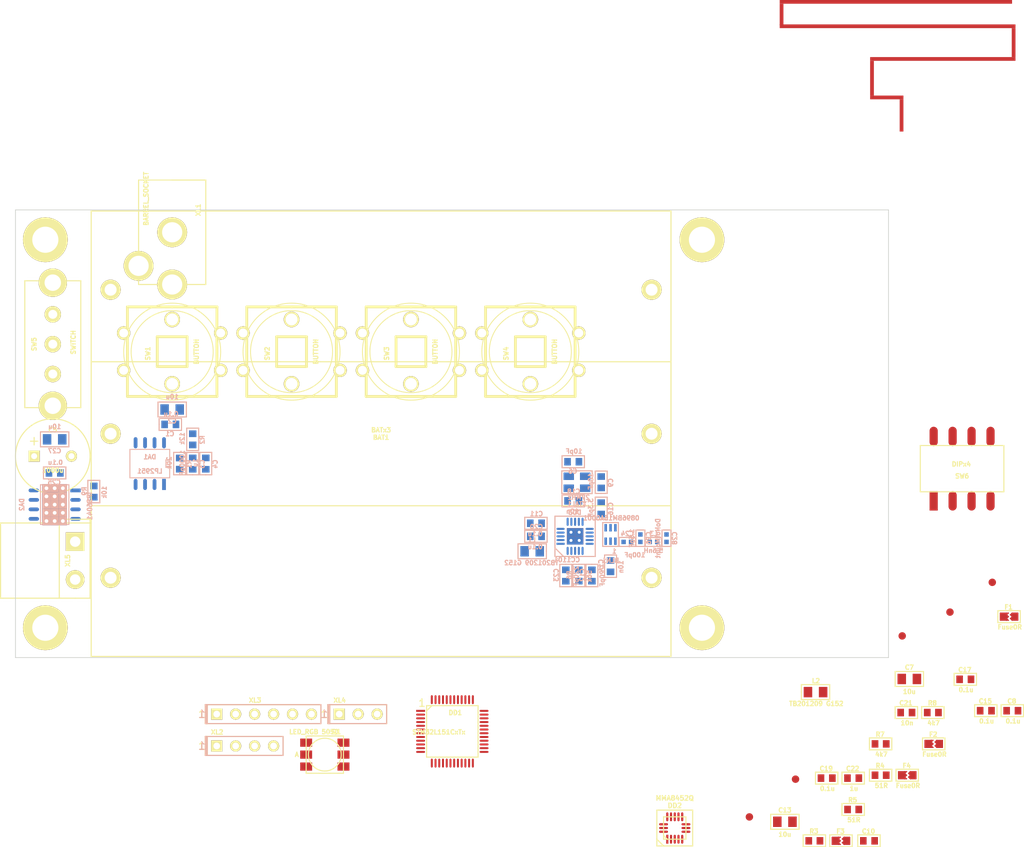
<source format=kicad_pcb>
(kicad_pcb (version 4) (host pcbnew "(2015-08-16 BZR 6097, Git b384c94)-product")

  (general
    (links 199)
    (no_connects 199)
    (area 74.949999 60.949999 192.050001 121.050001)
    (thickness 1.6)
    (drawings 4)
    (tracks 0)
    (zones 0)
    (modules 74)
    (nets 56)
  )

  (page A4)
  (layers
    (0 F.Cu signal)
    (31 B.Cu signal)
    (36 B.SilkS user)
    (37 F.SilkS user)
    (38 B.Mask user)
    (39 F.Mask user)
    (44 Edge.Cuts user)
  )

  (setup
    (last_trace_width 0.2)
    (trace_clearance 0.2)
    (zone_clearance 0.25)
    (zone_45_only no)
    (trace_min 0.2)
    (segment_width 0.2)
    (edge_width 0.1)
    (via_size 0.9)
    (via_drill 0.4)
    (via_min_size 0.4)
    (via_min_drill 0.3)
    (uvia_size 0.3)
    (uvia_drill 0.1)
    (uvias_allowed no)
    (uvia_min_size 0.2)
    (uvia_min_drill 0.1)
    (pcb_text_width 0.3)
    (pcb_text_size 1.5 1.5)
    (mod_edge_width 0.15)
    (mod_text_size 1 1)
    (mod_text_width 0.15)
    (pad_size 1.5 1.5)
    (pad_drill 0.6)
    (pad_to_mask_clearance 0.1)
    (aux_axis_origin 0 0)
    (visible_elements 7FFFF61F)
    (pcbplotparams
      (layerselection 0x010f0_80000001)
      (usegerberextensions true)
      (excludeedgelayer true)
      (linewidth 0.100000)
      (plotframeref false)
      (viasonmask false)
      (mode 1)
      (useauxorigin false)
      (hpglpennumber 1)
      (hpglpenspeed 20)
      (hpglpendiameter 15)
      (hpglpenoverlay 2)
      (psnegative false)
      (psa4output false)
      (plotreference true)
      (plotvalue true)
      (plotinvisibletext false)
      (padsonsilk false)
      (subtractmaskfromsilk false)
      (outputformat 1)
      (mirror false)
      (drillshape 0)
      (scaleselection 1)
      (outputdirectory Gerber))
  )

  (net 0 "")
  (net 1 /RF3)
  (net 2 GND)
  (net 3 /RF2)
  (net 4 /RF1)
  (net 5 +BATT)
  (net 6 +3.3V)
  (net 7 "Net-(C11-Pad1)")
  (net 8 "Net-(DD1-Pad7)")
  (net 9 /CC_GDO2)
  (net 10 /CC_GDO0)
  (net 11 /CC_CS)
  (net 12 /CC_SCK)
  (net 13 /CC_MISO)
  (net 14 /CC_MOSI)
  (net 15 /BLUE_LED)
  (net 16 /RED_LED)
  (net 17 "Net-(DD1-Pad26)")
  (net 18 "Net-(DD1-Pad27)")
  (net 19 "Net-(DD1-Pad28)")
  (net 20 /UART_TX)
  (net 21 /UART_RX)
  (net 22 /SWDIO)
  (net 23 /SWCLK)
  (net 24 /GREEN_LED)
  (net 25 "Net-(Q1-PadGA)")
  (net 26 "Net-(Q1-PadRA)")
  (net 27 "Net-(Q1-PadBA)")
  (net 28 /BAT_IN)
  (net 29 /DS1)
  (net 30 /DS2)
  (net 31 /DS3)
  (net 32 /DS4)
  (net 33 /I2C_SCL)
  (net 34 /I2C_SDA)
  (net 35 /ANT1)
  (net 36 /ACC_INT1)
  (net 37 /ANT2)
  (net 38 /PWR_MCU)
  (net 39 /PWR_CC)
  (net 40 /BAT_BTW2)
  (net 41 /BAT_BTW1)
  (net 42 "Net-(C3-Pad2)")
  (net 43 "Net-(C6-Pad1)")
  (net 44 "Net-(C9-Pad1)")
  (net 45 "Net-(C10-Pad1)")
  (net 46 "Net-(DA2-Pad2)")
  (net 47 /Ch1_ERROR)
  (net 48 /Ch1_OUT)
  (net 49 "Net-(DD1-Pad25)")
  (net 50 /Btn1)
  (net 51 /Btn2)
  (net 52 /Btn3)
  (net 53 /Ch1_IN)
  (net 54 /Btn4)
  (net 55 "Net-(DD3-Pad17)")

  (net_class Default "This is the default net class."
    (clearance 0.2)
    (trace_width 0.2)
    (via_dia 0.9)
    (via_drill 0.4)
    (uvia_dia 0.3)
    (uvia_drill 0.1)
    (add_net /ACC_INT1)
    (add_net /BAT_BTW1)
    (add_net /BAT_BTW2)
    (add_net /BLUE_LED)
    (add_net /Btn1)
    (add_net /Btn2)
    (add_net /Btn3)
    (add_net /Btn4)
    (add_net /CC_CS)
    (add_net /CC_GDO0)
    (add_net /CC_GDO2)
    (add_net /CC_MISO)
    (add_net /CC_MOSI)
    (add_net /CC_SCK)
    (add_net /Ch1_ERROR)
    (add_net /Ch1_IN)
    (add_net /Ch1_OUT)
    (add_net /DS1)
    (add_net /DS2)
    (add_net /DS3)
    (add_net /DS4)
    (add_net /GREEN_LED)
    (add_net /I2C_SCL)
    (add_net /I2C_SDA)
    (add_net /RED_LED)
    (add_net /RF1)
    (add_net /RF2)
    (add_net /RF3)
    (add_net /SWCLK)
    (add_net /SWDIO)
    (add_net /UART_RX)
    (add_net /UART_TX)
    (add_net "Net-(C10-Pad1)")
    (add_net "Net-(C11-Pad1)")
    (add_net "Net-(C3-Pad2)")
    (add_net "Net-(C6-Pad1)")
    (add_net "Net-(C9-Pad1)")
    (add_net "Net-(DA2-Pad2)")
    (add_net "Net-(DD1-Pad25)")
    (add_net "Net-(DD1-Pad26)")
    (add_net "Net-(DD1-Pad27)")
    (add_net "Net-(DD1-Pad28)")
    (add_net "Net-(DD1-Pad7)")
    (add_net "Net-(DD3-Pad17)")
    (add_net "Net-(Q1-PadBA)")
    (add_net "Net-(Q1-PadGA)")
    (add_net "Net-(Q1-PadRA)")
  )

  (net_class Wide ""
    (clearance 0.2)
    (trace_width 0.5)
    (via_dia 0.9)
    (via_drill 0.4)
    (uvia_dia 0.3)
    (uvia_drill 0.1)
    (add_net +3.3V)
    (add_net +BATT)
    (add_net /ANT1)
    (add_net /ANT2)
    (add_net /BAT_IN)
    (add_net /PWR_CC)
    (add_net /PWR_MCU)
    (add_net GND)
  )

  (module Radio:ANT_868_MEANDER_SALEM (layer F.Cu) (tedit 551FCC70) (tstamp 55E21BA1)
    (at 193.75 50.5)
    (descr "Meander W32 H18")
    (path /552951EF)
    (fp_text reference ANT1 (at 5.8 -2.93) (layer F.SilkS) hide
      (effects (font (size 0.6 0.6) (thickness 0.15)))
    )
    (fp_text value ANT_PCB_MONO_2PIN (at 4.97 -4.31) (layer F.SilkS) hide
      (effects (font (size 0.6 0.6) (thickness 0.15)))
    )
    (pad 1 smd rect (at 0 -2.16) (size 0.5 4.32) (layers F.Cu)
      (net 37 /ANT2))
    (pad 1 smd rect (at -1.98 -4.57) (size 4.46 0.5) (layers F.Cu)
      (net 37 /ANT2))
    (pad 1 smd rect (at -3.96 -7.15) (size 0.5 4.66) (layers F.Cu)
      (net 37 /ANT2))
    (pad 1 smd rect (at 5.53 -9.73) (size 19.48 0.5) (layers F.Cu)
      (net 37 /ANT2))
    (pad 1 smd rect (at 15.02 -11.92) (size 0.5 3.88) (layers F.Cu)
      (net 37 /ANT2))
    (pad 1 smd rect (at -0.53 -14.11) (size 31.6 0.5) (layers F.Cu)
      (net 37 /ANT2))
    (pad 1 smd rect (at -16.08 -15.7) (size 0.5 2.86) (layers F.Cu)
      (net 37 /ANT2))
    (pad 1 smd rect (at -0.76 -17.38) (size 31.14 0.5) (layers F.Cu)
      (net 37 /ANT2))
  )

  (module Capacitors:CAP_0603 (layer B.Cu) (tedit 551AC0D3) (tstamp 55E21BC7)
    (at 95.75 89.75)
    (path /55E1F1DD)
    (attr smd)
    (fp_text reference C1 (at -0.0635 1.27) (layer B.SilkS)
      (effects (font (size 0.6 0.6) (thickness 0.15)) (justify mirror))
    )
    (fp_text value 0.1u (at 0.09906 -1.39954) (layer B.SilkS)
      (effects (font (size 0.6 0.6) (thickness 0.15)) (justify mirror))
    )
    (fp_line (start -1.5 0) (end -1.5 0.8) (layer B.SilkS) (width 0.15))
    (fp_line (start -1.5 0.8) (end 1.5 0.8) (layer B.SilkS) (width 0.15))
    (fp_line (start 1.5 0.8) (end 1.5 -0.8) (layer B.SilkS) (width 0.15))
    (fp_line (start 1.5 -0.8) (end -1.5 -0.8) (layer B.SilkS) (width 0.15))
    (fp_line (start -1.5 -0.8) (end -1.5 0) (layer B.SilkS) (width 0.15))
    (pad 1 smd rect (at -0.762 0) (size 0.889 1.016) (layers B.Cu B.Mask)
      (net 5 +BATT))
    (pad 2 smd rect (at 0.762 0) (size 0.889 1.016) (layers B.Cu B.Mask)
      (net 2 GND))
    (model 3d\c_0603.wrl
      (at (xyz 0 0 0))
      (scale (xyz 1 1 1))
      (rotate (xyz 0 0 0))
    )
  )

  (module Capacitors:CAP_0805 (layer B.Cu) (tedit 551AC196) (tstamp 55E21BCD)
    (at 96 87.75)
    (path /55E1F1E4)
    (attr smd)
    (fp_text reference C2 (at 0 1.55) (layer B.SilkS)
      (effects (font (size 0.6 0.6) (thickness 0.15)) (justify mirror))
    )
    (fp_text value 10u (at 0 -1.69926) (layer B.SilkS)
      (effects (font (size 0.6 0.6) (thickness 0.15)) (justify mirror))
    )
    (fp_line (start -1.9 1) (end 1.9 1) (layer B.SilkS) (width 0.15))
    (fp_line (start 1.9 1) (end 1.9 -1) (layer B.SilkS) (width 0.15))
    (fp_line (start 1.9 -1) (end -1.9 -1) (layer B.SilkS) (width 0.15))
    (fp_line (start -1.9 -1) (end -1.9 1) (layer B.SilkS) (width 0.15))
    (pad 1 smd rect (at -1.016 0) (size 1.143 1.397) (layers B.Cu B.Mask)
      (net 5 +BATT))
    (pad 2 smd rect (at 1.016 0) (size 1.143 1.397) (layers B.Cu B.Mask)
      (net 2 GND))
    (model 3d\c_0805.wrl
      (at (xyz 0 0 0))
      (scale (xyz 1 1 1))
      (rotate (xyz 0 0 0))
    )
  )

  (module Capacitors:CAP_0603 (layer B.Cu) (tedit 551AC0D3) (tstamp 55E21BD3)
    (at 98.75 95 90)
    (path /55E1F19B)
    (attr smd)
    (fp_text reference C3 (at -0.0635 1.27 90) (layer B.SilkS)
      (effects (font (size 0.6 0.6) (thickness 0.15)) (justify mirror))
    )
    (fp_text value 1000pF (at 0.09906 -1.39954 90) (layer B.SilkS)
      (effects (font (size 0.6 0.6) (thickness 0.15)) (justify mirror))
    )
    (fp_line (start -1.5 0) (end -1.5 0.8) (layer B.SilkS) (width 0.15))
    (fp_line (start -1.5 0.8) (end 1.5 0.8) (layer B.SilkS) (width 0.15))
    (fp_line (start 1.5 0.8) (end 1.5 -0.8) (layer B.SilkS) (width 0.15))
    (fp_line (start 1.5 -0.8) (end -1.5 -0.8) (layer B.SilkS) (width 0.15))
    (fp_line (start -1.5 -0.8) (end -1.5 0) (layer B.SilkS) (width 0.15))
    (pad 1 smd rect (at -0.762 0 90) (size 0.889 1.016) (layers B.Cu B.Mask)
      (net 6 +3.3V))
    (pad 2 smd rect (at 0.762 0 90) (size 0.889 1.016) (layers B.Cu B.Mask)
      (net 42 "Net-(C3-Pad2)"))
    (model 3d\c_0603.wrl
      (at (xyz 0 0 0))
      (scale (xyz 1 1 1))
      (rotate (xyz 0 0 0))
    )
  )

  (module Capacitors:CAP_0603 (layer B.Cu) (tedit 551AC0D3) (tstamp 55E21BD9)
    (at 100.5 95 90)
    (path /55E1F1C4)
    (attr smd)
    (fp_text reference C4 (at -0.0635 1.27 90) (layer B.SilkS)
      (effects (font (size 0.6 0.6) (thickness 0.15)) (justify mirror))
    )
    (fp_text value 1u (at 0.09906 -1.39954 90) (layer B.SilkS)
      (effects (font (size 0.6 0.6) (thickness 0.15)) (justify mirror))
    )
    (fp_line (start -1.5 0) (end -1.5 0.8) (layer B.SilkS) (width 0.15))
    (fp_line (start -1.5 0.8) (end 1.5 0.8) (layer B.SilkS) (width 0.15))
    (fp_line (start 1.5 0.8) (end 1.5 -0.8) (layer B.SilkS) (width 0.15))
    (fp_line (start 1.5 -0.8) (end -1.5 -0.8) (layer B.SilkS) (width 0.15))
    (fp_line (start -1.5 -0.8) (end -1.5 0) (layer B.SilkS) (width 0.15))
    (pad 1 smd rect (at -0.762 0 90) (size 0.889 1.016) (layers B.Cu B.Mask)
      (net 6 +3.3V))
    (pad 2 smd rect (at 0.762 0 90) (size 0.889 1.016) (layers B.Cu B.Mask)
      (net 2 GND))
    (model 3d\c_0603.wrl
      (at (xyz 0 0 0))
      (scale (xyz 1 1 1))
      (rotate (xyz 0 0 0))
    )
  )

  (module Capacitors:CAP_10xxR (layer F.Cu) (tedit 553B5A3D) (tstamp 55E21BDF)
    (at 80 94)
    (descr "Polarized capacitor 10R 5F")
    (path /55E1F191)
    (fp_text reference C5 (at 0 -3.5) (layer F.SilkS)
      (effects (font (size 0.6 0.6) (thickness 0.15)))
    )
    (fp_text value 1000u (at 0 1.9) (layer F.SilkS)
      (effects (font (size 0.6 0.6) (thickness 0.15)))
    )
    (fp_circle (center 0 0) (end 5.00126 0) (layer F.SilkS) (width 0.15))
    (fp_line (start -2.99974 -1.99898) (end -1.99898 -1.99898) (layer F.SilkS) (width 0.15))
    (fp_line (start -2.49936 -2.49936) (end -2.49936 -1.50114) (layer F.SilkS) (width 0.15))
    (pad 1 thru_hole rect (at -2.5 0) (size 1.5 1.5) (drill 0.8) (layers *.Cu *.Mask F.SilkS)
      (net 5 +BATT))
    (pad 2 thru_hole circle (at 2.5 0) (size 1.5 1.5) (drill 0.8) (layers *.Cu *.Mask F.SilkS)
      (net 2 GND))
  )

  (module Capacitors:CAP_0603 (layer B.Cu) (tedit 551AC0D3) (tstamp 55E21BE5)
    (at 149.75 94.75)
    (path /5519A8B4)
    (attr smd)
    (fp_text reference C6 (at -0.0635 1.27) (layer B.SilkS)
      (effects (font (size 0.6 0.6) (thickness 0.15)) (justify mirror))
    )
    (fp_text value 10pF (at 0.09906 -1.39954) (layer B.SilkS)
      (effects (font (size 0.6 0.6) (thickness 0.15)) (justify mirror))
    )
    (fp_line (start -1.5 0) (end -1.5 0.8) (layer B.SilkS) (width 0.15))
    (fp_line (start -1.5 0.8) (end 1.5 0.8) (layer B.SilkS) (width 0.15))
    (fp_line (start 1.5 0.8) (end 1.5 -0.8) (layer B.SilkS) (width 0.15))
    (fp_line (start 1.5 -0.8) (end -1.5 -0.8) (layer B.SilkS) (width 0.15))
    (fp_line (start -1.5 -0.8) (end -1.5 0) (layer B.SilkS) (width 0.15))
    (pad 1 smd rect (at -0.762 0) (size 0.889 1.016) (layers B.Cu B.Mask)
      (net 43 "Net-(C6-Pad1)"))
    (pad 2 smd rect (at 0.762 0) (size 0.889 1.016) (layers B.Cu B.Mask)
      (net 2 GND))
    (model 3d\c_0603.wrl
      (at (xyz 0 0 0))
      (scale (xyz 1 1 1))
      (rotate (xyz 0 0 0))
    )
  )

  (module Capacitors:CAP_0805 (layer F.Cu) (tedit 551AC196) (tstamp 55E21BEB)
    (at 194.795001 123.865)
    (path /5527A9ED)
    (attr smd)
    (fp_text reference C7 (at 0 -1.55) (layer F.SilkS)
      (effects (font (size 0.6 0.6) (thickness 0.15)))
    )
    (fp_text value 10u (at 0 1.69926) (layer F.SilkS)
      (effects (font (size 0.6 0.6) (thickness 0.15)))
    )
    (fp_line (start -1.9 -1) (end 1.9 -1) (layer F.SilkS) (width 0.15))
    (fp_line (start 1.9 -1) (end 1.9 1) (layer F.SilkS) (width 0.15))
    (fp_line (start 1.9 1) (end -1.9 1) (layer F.SilkS) (width 0.15))
    (fp_line (start -1.9 1) (end -1.9 -1) (layer F.SilkS) (width 0.15))
    (pad 1 smd rect (at -1.016 0) (size 1.143 1.397) (layers F.Cu F.Mask)
      (net 38 /PWR_MCU))
    (pad 2 smd rect (at 1.016 0) (size 1.143 1.397) (layers F.Cu F.Mask)
      (net 2 GND))
    (model 3d\c_0805.wrl
      (at (xyz 0 0 0))
      (scale (xyz 1 1 1))
      (rotate (xyz 0 0 0))
    )
  )

  (module Capacitors:CAP_0603 (layer F.Cu) (tedit 551AC0D3) (tstamp 55E21BF1)
    (at 208.595001 128.115)
    (path /5527A9F4)
    (attr smd)
    (fp_text reference C8 (at -0.0635 -1.27) (layer F.SilkS)
      (effects (font (size 0.6 0.6) (thickness 0.15)))
    )
    (fp_text value 0.1u (at 0.09906 1.39954) (layer F.SilkS)
      (effects (font (size 0.6 0.6) (thickness 0.15)))
    )
    (fp_line (start -1.5 0) (end -1.5 -0.8) (layer F.SilkS) (width 0.15))
    (fp_line (start -1.5 -0.8) (end 1.5 -0.8) (layer F.SilkS) (width 0.15))
    (fp_line (start 1.5 -0.8) (end 1.5 0.8) (layer F.SilkS) (width 0.15))
    (fp_line (start 1.5 0.8) (end -1.5 0.8) (layer F.SilkS) (width 0.15))
    (fp_line (start -1.5 0.8) (end -1.5 0) (layer F.SilkS) (width 0.15))
    (pad 1 smd rect (at -0.762 0) (size 0.889 1.016) (layers F.Cu F.Mask)
      (net 38 /PWR_MCU))
    (pad 2 smd rect (at 0.762 0) (size 0.889 1.016) (layers F.Cu F.Mask)
      (net 2 GND))
    (model 3d\c_0603.wrl
      (at (xyz 0 0 0))
      (scale (xyz 1 1 1))
      (rotate (xyz 0 0 0))
    )
  )

  (module Capacitors:CAP_0603 (layer B.Cu) (tedit 551AC0D3) (tstamp 55E21BF7)
    (at 153.5 97.5 90)
    (path /5519A8A1)
    (attr smd)
    (fp_text reference C9 (at -0.0635 1.27 90) (layer B.SilkS)
      (effects (font (size 0.6 0.6) (thickness 0.15)) (justify mirror))
    )
    (fp_text value 10pF (at 0.09906 -1.39954 90) (layer B.SilkS)
      (effects (font (size 0.6 0.6) (thickness 0.15)) (justify mirror))
    )
    (fp_line (start -1.5 0) (end -1.5 0.8) (layer B.SilkS) (width 0.15))
    (fp_line (start -1.5 0.8) (end 1.5 0.8) (layer B.SilkS) (width 0.15))
    (fp_line (start 1.5 0.8) (end 1.5 -0.8) (layer B.SilkS) (width 0.15))
    (fp_line (start 1.5 -0.8) (end -1.5 -0.8) (layer B.SilkS) (width 0.15))
    (fp_line (start -1.5 -0.8) (end -1.5 0) (layer B.SilkS) (width 0.15))
    (pad 1 smd rect (at -0.762 0 90) (size 0.889 1.016) (layers B.Cu B.Mask)
      (net 44 "Net-(C9-Pad1)"))
    (pad 2 smd rect (at 0.762 0 90) (size 0.889 1.016) (layers B.Cu B.Mask)
      (net 2 GND))
    (model 3d\c_0603.wrl
      (at (xyz 0 0 0))
      (scale (xyz 1 1 1))
      (rotate (xyz 0 0 0))
    )
  )

  (module Capacitors:CAP_0603 (layer F.Cu) (tedit 551AC0D3) (tstamp 55E21BFD)
    (at 189.385001 145.555)
    (path /5527A9FB)
    (attr smd)
    (fp_text reference C10 (at -0.0635 -1.27) (layer F.SilkS)
      (effects (font (size 0.6 0.6) (thickness 0.15)))
    )
    (fp_text value 0.1u (at 0.09906 1.39954) (layer F.SilkS)
      (effects (font (size 0.6 0.6) (thickness 0.15)))
    )
    (fp_line (start -1.5 0) (end -1.5 -0.8) (layer F.SilkS) (width 0.15))
    (fp_line (start -1.5 -0.8) (end 1.5 -0.8) (layer F.SilkS) (width 0.15))
    (fp_line (start 1.5 -0.8) (end 1.5 0.8) (layer F.SilkS) (width 0.15))
    (fp_line (start 1.5 0.8) (end -1.5 0.8) (layer F.SilkS) (width 0.15))
    (fp_line (start -1.5 0.8) (end -1.5 0) (layer F.SilkS) (width 0.15))
    (pad 1 smd rect (at -0.762 0) (size 0.889 1.016) (layers F.Cu F.Mask)
      (net 45 "Net-(C10-Pad1)"))
    (pad 2 smd rect (at 0.762 0) (size 0.889 1.016) (layers F.Cu F.Mask)
      (net 2 GND))
    (model 3d\c_0603.wrl
      (at (xyz 0 0 0))
      (scale (xyz 1 1 1))
      (rotate (xyz 0 0 0))
    )
  )

  (module Capacitors:CAP_0603 (layer B.Cu) (tedit 551AC0D3) (tstamp 55E21C03)
    (at 144.75 103 180)
    (path /5519A968)
    (attr smd)
    (fp_text reference C11 (at -0.0635 1.27 180) (layer B.SilkS)
      (effects (font (size 0.6 0.6) (thickness 0.15)) (justify mirror))
    )
    (fp_text value 0.1u (at 0.09906 -1.39954 180) (layer B.SilkS)
      (effects (font (size 0.6 0.6) (thickness 0.15)) (justify mirror))
    )
    (fp_line (start -1.5 0) (end -1.5 0.8) (layer B.SilkS) (width 0.15))
    (fp_line (start -1.5 0.8) (end 1.5 0.8) (layer B.SilkS) (width 0.15))
    (fp_line (start 1.5 0.8) (end 1.5 -0.8) (layer B.SilkS) (width 0.15))
    (fp_line (start 1.5 -0.8) (end -1.5 -0.8) (layer B.SilkS) (width 0.15))
    (fp_line (start -1.5 -0.8) (end -1.5 0) (layer B.SilkS) (width 0.15))
    (pad 1 smd rect (at -0.762 0 180) (size 0.889 1.016) (layers B.Cu B.Mask)
      (net 7 "Net-(C11-Pad1)"))
    (pad 2 smd rect (at 0.762 0 180) (size 0.889 1.016) (layers B.Cu B.Mask)
      (net 2 GND))
    (model 3d\c_0603.wrl
      (at (xyz 0 0 0))
      (scale (xyz 1 1 1))
      (rotate (xyz 0 0 0))
    )
  )

  (module Capacitors:CAP_0603 (layer B.Cu) (tedit 551AC0D3) (tstamp 55E21C09)
    (at 152.25 110 270)
    (path /5519A93B)
    (attr smd)
    (fp_text reference C12 (at -0.0635 1.27 270) (layer B.SilkS)
      (effects (font (size 0.6 0.6) (thickness 0.15)) (justify mirror))
    )
    (fp_text value 220pF (at 0.09906 -1.39954 270) (layer B.SilkS)
      (effects (font (size 0.6 0.6) (thickness 0.15)) (justify mirror))
    )
    (fp_line (start -1.5 0) (end -1.5 0.8) (layer B.SilkS) (width 0.15))
    (fp_line (start -1.5 0.8) (end 1.5 0.8) (layer B.SilkS) (width 0.15))
    (fp_line (start 1.5 0.8) (end 1.5 -0.8) (layer B.SilkS) (width 0.15))
    (fp_line (start 1.5 -0.8) (end -1.5 -0.8) (layer B.SilkS) (width 0.15))
    (fp_line (start -1.5 -0.8) (end -1.5 0) (layer B.SilkS) (width 0.15))
    (pad 1 smd rect (at -0.762 0 270) (size 0.889 1.016) (layers B.Cu B.Mask)
      (net 39 /PWR_CC))
    (pad 2 smd rect (at 0.762 0 270) (size 0.889 1.016) (layers B.Cu B.Mask)
      (net 2 GND))
    (model 3d\c_0603.wrl
      (at (xyz 0 0 0))
      (scale (xyz 1 1 1))
      (rotate (xyz 0 0 0))
    )
  )

  (module Capacitors:CAP_0805 (layer F.Cu) (tedit 551AC196) (tstamp 55E21C0F)
    (at 178.115001 143.005)
    (path /55180EDD)
    (attr smd)
    (fp_text reference C13 (at 0 -1.55) (layer F.SilkS)
      (effects (font (size 0.6 0.6) (thickness 0.15)))
    )
    (fp_text value 10u (at 0 1.69926) (layer F.SilkS)
      (effects (font (size 0.6 0.6) (thickness 0.15)))
    )
    (fp_line (start -1.9 -1) (end 1.9 -1) (layer F.SilkS) (width 0.15))
    (fp_line (start 1.9 -1) (end 1.9 1) (layer F.SilkS) (width 0.15))
    (fp_line (start 1.9 1) (end -1.9 1) (layer F.SilkS) (width 0.15))
    (fp_line (start -1.9 1) (end -1.9 -1) (layer F.SilkS) (width 0.15))
    (pad 1 smd rect (at -1.016 0) (size 1.143 1.397) (layers F.Cu F.Mask)
      (net 38 /PWR_MCU))
    (pad 2 smd rect (at 1.016 0) (size 1.143 1.397) (layers F.Cu F.Mask)
      (net 2 GND))
    (model 3d\c_0805.wrl
      (at (xyz 0 0 0))
      (scale (xyz 1 1 1))
      (rotate (xyz 0 0 0))
    )
  )

  (module Capacitors:CAP_0603 (layer B.Cu) (tedit 551AC0D3) (tstamp 55E21C15)
    (at 154.75 108.75 270)
    (path /5519A928)
    (attr smd)
    (fp_text reference C14 (at -0.0635 1.27 270) (layer B.SilkS)
      (effects (font (size 0.6 0.6) (thickness 0.15)) (justify mirror))
    )
    (fp_text value 10n (at 0.09906 -1.39954 270) (layer B.SilkS)
      (effects (font (size 0.6 0.6) (thickness 0.15)) (justify mirror))
    )
    (fp_line (start -1.5 0) (end -1.5 0.8) (layer B.SilkS) (width 0.15))
    (fp_line (start -1.5 0.8) (end 1.5 0.8) (layer B.SilkS) (width 0.15))
    (fp_line (start 1.5 0.8) (end 1.5 -0.8) (layer B.SilkS) (width 0.15))
    (fp_line (start 1.5 -0.8) (end -1.5 -0.8) (layer B.SilkS) (width 0.15))
    (fp_line (start -1.5 -0.8) (end -1.5 0) (layer B.SilkS) (width 0.15))
    (pad 1 smd rect (at -0.762 0 270) (size 0.889 1.016) (layers B.Cu B.Mask)
      (net 39 /PWR_CC))
    (pad 2 smd rect (at 0.762 0 270) (size 0.889 1.016) (layers B.Cu B.Mask)
      (net 2 GND))
    (model 3d\c_0603.wrl
      (at (xyz 0 0 0))
      (scale (xyz 1 1 1))
      (rotate (xyz 0 0 0))
    )
  )

  (module Capacitors:CAP_0603 (layer F.Cu) (tedit 551AC0D3) (tstamp 55E21C1B)
    (at 205.045001 128.115)
    (path /55180EBB)
    (attr smd)
    (fp_text reference C15 (at -0.0635 -1.27) (layer F.SilkS)
      (effects (font (size 0.6 0.6) (thickness 0.15)))
    )
    (fp_text value 0.1u (at 0.09906 1.39954) (layer F.SilkS)
      (effects (font (size 0.6 0.6) (thickness 0.15)))
    )
    (fp_line (start -1.5 0) (end -1.5 -0.8) (layer F.SilkS) (width 0.15))
    (fp_line (start -1.5 -0.8) (end 1.5 -0.8) (layer F.SilkS) (width 0.15))
    (fp_line (start 1.5 -0.8) (end 1.5 0.8) (layer F.SilkS) (width 0.15))
    (fp_line (start 1.5 0.8) (end -1.5 0.8) (layer F.SilkS) (width 0.15))
    (fp_line (start -1.5 0.8) (end -1.5 0) (layer F.SilkS) (width 0.15))
    (pad 1 smd rect (at -0.762 0) (size 0.889 1.016) (layers F.Cu F.Mask)
      (net 38 /PWR_MCU))
    (pad 2 smd rect (at 0.762 0) (size 0.889 1.016) (layers F.Cu F.Mask)
      (net 2 GND))
    (model 3d\c_0603.wrl
      (at (xyz 0 0 0))
      (scale (xyz 1 1 1))
      (rotate (xyz 0 0 0))
    )
  )

  (module Capacitors:CAP_0603 (layer B.Cu) (tedit 551AC0D3) (tstamp 55E21C21)
    (at 153.5 101 90)
    (path /5519A921)
    (attr smd)
    (fp_text reference C16 (at -0.0635 1.27 90) (layer B.SilkS)
      (effects (font (size 0.6 0.6) (thickness 0.15)) (justify mirror))
    )
    (fp_text value 3.3pF (at 0.09906 -1.39954 90) (layer B.SilkS)
      (effects (font (size 0.6 0.6) (thickness 0.15)) (justify mirror))
    )
    (fp_line (start -1.5 0) (end -1.5 0.8) (layer B.SilkS) (width 0.15))
    (fp_line (start -1.5 0.8) (end 1.5 0.8) (layer B.SilkS) (width 0.15))
    (fp_line (start 1.5 0.8) (end 1.5 -0.8) (layer B.SilkS) (width 0.15))
    (fp_line (start 1.5 -0.8) (end -1.5 -0.8) (layer B.SilkS) (width 0.15))
    (fp_line (start -1.5 -0.8) (end -1.5 0) (layer B.SilkS) (width 0.15))
    (pad 1 smd rect (at -0.762 0 90) (size 0.889 1.016) (layers B.Cu B.Mask)
      (net 39 /PWR_CC))
    (pad 2 smd rect (at 0.762 0 90) (size 0.889 1.016) (layers B.Cu B.Mask)
      (net 2 GND))
    (model 3d\c_0603.wrl
      (at (xyz 0 0 0))
      (scale (xyz 1 1 1))
      (rotate (xyz 0 0 0))
    )
  )

  (module Capacitors:CAP_0603 (layer F.Cu) (tedit 551AC0D3) (tstamp 55E21C27)
    (at 202.295001 123.915)
    (path /55180EEA)
    (attr smd)
    (fp_text reference C17 (at -0.0635 -1.27) (layer F.SilkS)
      (effects (font (size 0.6 0.6) (thickness 0.15)))
    )
    (fp_text value 0.1u (at 0.09906 1.39954) (layer F.SilkS)
      (effects (font (size 0.6 0.6) (thickness 0.15)))
    )
    (fp_line (start -1.5 0) (end -1.5 -0.8) (layer F.SilkS) (width 0.15))
    (fp_line (start -1.5 -0.8) (end 1.5 -0.8) (layer F.SilkS) (width 0.15))
    (fp_line (start 1.5 -0.8) (end 1.5 0.8) (layer F.SilkS) (width 0.15))
    (fp_line (start 1.5 0.8) (end -1.5 0.8) (layer F.SilkS) (width 0.15))
    (fp_line (start -1.5 0.8) (end -1.5 0) (layer F.SilkS) (width 0.15))
    (pad 1 smd rect (at -0.762 0) (size 0.889 1.016) (layers F.Cu F.Mask)
      (net 38 /PWR_MCU))
    (pad 2 smd rect (at 0.762 0) (size 0.889 1.016) (layers F.Cu F.Mask)
      (net 2 GND))
    (model 3d\c_0603.wrl
      (at (xyz 0 0 0))
      (scale (xyz 1 1 1))
      (rotate (xyz 0 0 0))
    )
  )

  (module Capacitors:CAP_0603 (layer B.Cu) (tedit 551AC0D3) (tstamp 55E21C2D)
    (at 149.75 100 180)
    (path /5519A907)
    (attr smd)
    (fp_text reference C18 (at -0.0635 1.27 180) (layer B.SilkS)
      (effects (font (size 0.6 0.6) (thickness 0.15)) (justify mirror))
    )
    (fp_text value 10n (at 0.09906 -1.39954 180) (layer B.SilkS)
      (effects (font (size 0.6 0.6) (thickness 0.15)) (justify mirror))
    )
    (fp_line (start -1.5 0) (end -1.5 0.8) (layer B.SilkS) (width 0.15))
    (fp_line (start -1.5 0.8) (end 1.5 0.8) (layer B.SilkS) (width 0.15))
    (fp_line (start 1.5 0.8) (end 1.5 -0.8) (layer B.SilkS) (width 0.15))
    (fp_line (start 1.5 -0.8) (end -1.5 -0.8) (layer B.SilkS) (width 0.15))
    (fp_line (start -1.5 -0.8) (end -1.5 0) (layer B.SilkS) (width 0.15))
    (pad 1 smd rect (at -0.762 0 180) (size 0.889 1.016) (layers B.Cu B.Mask)
      (net 39 /PWR_CC))
    (pad 2 smd rect (at 0.762 0 180) (size 0.889 1.016) (layers B.Cu B.Mask)
      (net 2 GND))
    (model 3d\c_0603.wrl
      (at (xyz 0 0 0))
      (scale (xyz 1 1 1))
      (rotate (xyz 0 0 0))
    )
  )

  (module Capacitors:CAP_0603 (layer F.Cu) (tedit 551AC0D3) (tstamp 55E21C33)
    (at 183.715001 137.155)
    (path /55180EC2)
    (attr smd)
    (fp_text reference C19 (at -0.0635 -1.27) (layer F.SilkS)
      (effects (font (size 0.6 0.6) (thickness 0.15)))
    )
    (fp_text value 0.1u (at 0.09906 1.39954) (layer F.SilkS)
      (effects (font (size 0.6 0.6) (thickness 0.15)))
    )
    (fp_line (start -1.5 0) (end -1.5 -0.8) (layer F.SilkS) (width 0.15))
    (fp_line (start -1.5 -0.8) (end 1.5 -0.8) (layer F.SilkS) (width 0.15))
    (fp_line (start 1.5 -0.8) (end 1.5 0.8) (layer F.SilkS) (width 0.15))
    (fp_line (start 1.5 0.8) (end -1.5 0.8) (layer F.SilkS) (width 0.15))
    (fp_line (start -1.5 0.8) (end -1.5 0) (layer F.SilkS) (width 0.15))
    (pad 1 smd rect (at -0.762 0) (size 0.889 1.016) (layers F.Cu F.Mask)
      (net 38 /PWR_MCU))
    (pad 2 smd rect (at 0.762 0) (size 0.889 1.016) (layers F.Cu F.Mask)
      (net 2 GND))
    (model 3d\c_0603.wrl
      (at (xyz 0 0 0))
      (scale (xyz 1 1 1))
      (rotate (xyz 0 0 0))
    )
  )

  (module Capacitors:CAP_0603 (layer B.Cu) (tedit 551AC0D3) (tstamp 55E21C39)
    (at 144.75 104.75 180)
    (path /5519A90E)
    (attr smd)
    (fp_text reference C20 (at -0.0635 1.27 180) (layer B.SilkS)
      (effects (font (size 0.6 0.6) (thickness 0.15)) (justify mirror))
    )
    (fp_text value 0.1u (at 0.09906 -1.39954 180) (layer B.SilkS)
      (effects (font (size 0.6 0.6) (thickness 0.15)) (justify mirror))
    )
    (fp_line (start -1.5 0) (end -1.5 0.8) (layer B.SilkS) (width 0.15))
    (fp_line (start -1.5 0.8) (end 1.5 0.8) (layer B.SilkS) (width 0.15))
    (fp_line (start 1.5 0.8) (end 1.5 -0.8) (layer B.SilkS) (width 0.15))
    (fp_line (start 1.5 -0.8) (end -1.5 -0.8) (layer B.SilkS) (width 0.15))
    (fp_line (start -1.5 -0.8) (end -1.5 0) (layer B.SilkS) (width 0.15))
    (pad 1 smd rect (at -0.762 0 180) (size 0.889 1.016) (layers B.Cu B.Mask)
      (net 39 /PWR_CC))
    (pad 2 smd rect (at 0.762 0 180) (size 0.889 1.016) (layers B.Cu B.Mask)
      (net 2 GND))
    (model 3d\c_0603.wrl
      (at (xyz 0 0 0))
      (scale (xyz 1 1 1))
      (rotate (xyz 0 0 0))
    )
  )

  (module Capacitors:CAP_0603 (layer F.Cu) (tedit 551AC0D3) (tstamp 55E21C3F)
    (at 194.395001 128.365)
    (path /55180ED0)
    (attr smd)
    (fp_text reference C21 (at -0.0635 -1.27) (layer F.SilkS)
      (effects (font (size 0.6 0.6) (thickness 0.15)))
    )
    (fp_text value 10n (at 0.09906 1.39954) (layer F.SilkS)
      (effects (font (size 0.6 0.6) (thickness 0.15)))
    )
    (fp_line (start -1.5 0) (end -1.5 -0.8) (layer F.SilkS) (width 0.15))
    (fp_line (start -1.5 -0.8) (end 1.5 -0.8) (layer F.SilkS) (width 0.15))
    (fp_line (start 1.5 -0.8) (end 1.5 0.8) (layer F.SilkS) (width 0.15))
    (fp_line (start 1.5 0.8) (end -1.5 0.8) (layer F.SilkS) (width 0.15))
    (fp_line (start -1.5 0.8) (end -1.5 0) (layer F.SilkS) (width 0.15))
    (pad 1 smd rect (at -0.762 0) (size 0.889 1.016) (layers F.Cu F.Mask)
      (net 38 /PWR_MCU))
    (pad 2 smd rect (at 0.762 0) (size 0.889 1.016) (layers F.Cu F.Mask)
      (net 2 GND))
    (model 3d\c_0603.wrl
      (at (xyz 0 0 0))
      (scale (xyz 1 1 1))
      (rotate (xyz 0 0 0))
    )
  )

  (module Capacitors:CAP_0603 (layer F.Cu) (tedit 551AC0D3) (tstamp 55E21C45)
    (at 187.265001 137.155)
    (path /55180EC9)
    (attr smd)
    (fp_text reference C22 (at -0.0635 -1.27) (layer F.SilkS)
      (effects (font (size 0.6 0.6) (thickness 0.15)))
    )
    (fp_text value 1u (at 0.09906 1.39954) (layer F.SilkS)
      (effects (font (size 0.6 0.6) (thickness 0.15)))
    )
    (fp_line (start -1.5 0) (end -1.5 -0.8) (layer F.SilkS) (width 0.15))
    (fp_line (start -1.5 -0.8) (end 1.5 -0.8) (layer F.SilkS) (width 0.15))
    (fp_line (start 1.5 -0.8) (end 1.5 0.8) (layer F.SilkS) (width 0.15))
    (fp_line (start 1.5 0.8) (end -1.5 0.8) (layer F.SilkS) (width 0.15))
    (fp_line (start -1.5 0.8) (end -1.5 0) (layer F.SilkS) (width 0.15))
    (pad 1 smd rect (at -0.762 0) (size 0.889 1.016) (layers F.Cu F.Mask)
      (net 38 /PWR_MCU))
    (pad 2 smd rect (at 0.762 0) (size 0.889 1.016) (layers F.Cu F.Mask)
      (net 2 GND))
    (model 3d\c_0603.wrl
      (at (xyz 0 0 0))
      (scale (xyz 1 1 1))
      (rotate (xyz 0 0 0))
    )
  )

  (module Capacitors:CAP_0603 (layer B.Cu) (tedit 551AC0D3) (tstamp 55E21C4B)
    (at 148.75 110 270)
    (path /5519A8FA)
    (attr smd)
    (fp_text reference C23 (at -0.0635 1.27 270) (layer B.SilkS)
      (effects (font (size 0.6 0.6) (thickness 0.15)) (justify mirror))
    )
    (fp_text value 220pF (at 0.09906 -1.39954 270) (layer B.SilkS)
      (effects (font (size 0.6 0.6) (thickness 0.15)) (justify mirror))
    )
    (fp_line (start -1.5 0) (end -1.5 0.8) (layer B.SilkS) (width 0.15))
    (fp_line (start -1.5 0.8) (end 1.5 0.8) (layer B.SilkS) (width 0.15))
    (fp_line (start 1.5 0.8) (end 1.5 -0.8) (layer B.SilkS) (width 0.15))
    (fp_line (start 1.5 -0.8) (end -1.5 -0.8) (layer B.SilkS) (width 0.15))
    (fp_line (start -1.5 -0.8) (end -1.5 0) (layer B.SilkS) (width 0.15))
    (pad 1 smd rect (at -0.762 0 270) (size 0.889 1.016) (layers B.Cu B.Mask)
      (net 39 /PWR_CC))
    (pad 2 smd rect (at 0.762 0 270) (size 0.889 1.016) (layers B.Cu B.Mask)
      (net 2 GND))
    (model 3d\c_0603.wrl
      (at (xyz 0 0 0))
      (scale (xyz 1 1 1))
      (rotate (xyz 0 0 0))
    )
  )

  (module Capacitors:CAP_0603 (layer B.Cu) (tedit 551AC0D3) (tstamp 55E21C57)
    (at 80.25 96.25)
    (path /55E1F23A)
    (attr smd)
    (fp_text reference C25 (at -0.0635 1.27) (layer B.SilkS)
      (effects (font (size 0.6 0.6) (thickness 0.15)) (justify mirror))
    )
    (fp_text value 0.1u (at 0.09906 -1.39954) (layer B.SilkS)
      (effects (font (size 0.6 0.6) (thickness 0.15)) (justify mirror))
    )
    (fp_line (start -1.5 0) (end -1.5 0.8) (layer B.SilkS) (width 0.15))
    (fp_line (start -1.5 0.8) (end 1.5 0.8) (layer B.SilkS) (width 0.15))
    (fp_line (start 1.5 0.8) (end 1.5 -0.8) (layer B.SilkS) (width 0.15))
    (fp_line (start 1.5 -0.8) (end -1.5 -0.8) (layer B.SilkS) (width 0.15))
    (fp_line (start -1.5 -0.8) (end -1.5 0) (layer B.SilkS) (width 0.15))
    (pad 1 smd rect (at -0.762 0) (size 0.889 1.016) (layers B.Cu B.Mask)
      (net 5 +BATT))
    (pad 2 smd rect (at 0.762 0) (size 0.889 1.016) (layers B.Cu B.Mask)
      (net 2 GND))
    (model 3d\c_0603.wrl
      (at (xyz 0 0 0))
      (scale (xyz 1 1 1))
      (rotate (xyz 0 0 0))
    )
  )

  (module Capacitors:CAP_0402 (layer B.Cu) (tedit 551C278F) (tstamp 55E21C5D)
    (at 158.75 105 90)
    (path /5519A976)
    (attr smd)
    (fp_text reference C26 (at 0 1.1 90) (layer B.SilkS)
      (effects (font (size 0.6 0.6) (thickness 0.15)) (justify mirror))
    )
    (fp_text value 1.5pF (at 0 -1.15 90) (layer B.SilkS)
      (effects (font (size 0.6 0.6) (thickness 0.15)) (justify mirror))
    )
    (fp_line (start 0 0.6) (end 1.1 0.6) (layer B.SilkS) (width 0.15))
    (fp_line (start 1.1 0.6) (end 1.1 -0.6) (layer B.SilkS) (width 0.15))
    (fp_line (start 1.1 -0.6) (end -1.1 -0.6) (layer B.SilkS) (width 0.15))
    (fp_line (start -1.1 -0.6) (end -1.1 0.6) (layer B.SilkS) (width 0.15))
    (fp_line (start -1.1 0.6) (end 0 0.6) (layer B.SilkS) (width 0.15))
    (pad 1 smd rect (at -0.5 0 90) (size 0.6 0.6) (layers B.Cu B.Mask)
      (net 35 /ANT1))
    (pad 2 smd rect (at 0.5 0 90) (size 0.6 0.6) (layers B.Cu B.Mask)
      (net 2 GND))
    (model 3d\c_0402.wrl
      (at (xyz 0 0 0))
      (scale (xyz 1 1 1))
      (rotate (xyz 0 0 0))
    )
  )

  (module Capacitors:CAP_0805 (layer B.Cu) (tedit 551AC196) (tstamp 55E21C63)
    (at 80.25 91.75)
    (path /55E1F233)
    (attr smd)
    (fp_text reference C27 (at 0 1.55) (layer B.SilkS)
      (effects (font (size 0.6 0.6) (thickness 0.15)) (justify mirror))
    )
    (fp_text value 10u (at 0 -1.69926) (layer B.SilkS)
      (effects (font (size 0.6 0.6) (thickness 0.15)) (justify mirror))
    )
    (fp_line (start -1.9 1) (end 1.9 1) (layer B.SilkS) (width 0.15))
    (fp_line (start 1.9 1) (end 1.9 -1) (layer B.SilkS) (width 0.15))
    (fp_line (start 1.9 -1) (end -1.9 -1) (layer B.SilkS) (width 0.15))
    (fp_line (start -1.9 -1) (end -1.9 1) (layer B.SilkS) (width 0.15))
    (pad 1 smd rect (at -1.016 0) (size 1.143 1.397) (layers B.Cu B.Mask)
      (net 5 +BATT))
    (pad 2 smd rect (at 1.016 0) (size 1.143 1.397) (layers B.Cu B.Mask)
      (net 2 GND))
    (model 3d\c_0805.wrl
      (at (xyz 0 0 0))
      (scale (xyz 1 1 1))
      (rotate (xyz 0 0 0))
    )
  )

  (module Capacitors:CAP_0402 (layer B.Cu) (tedit 551C278F) (tstamp 55E21C69)
    (at 162.25 105 90)
    (path /552947E8)
    (attr smd)
    (fp_text reference C28 (at 0 1.1 90) (layer B.SilkS)
      (effects (font (size 0.6 0.6) (thickness 0.15)) (justify mirror))
    )
    (fp_text value DoNotMount (at 0 -1.15 90) (layer B.SilkS)
      (effects (font (size 0.6 0.6) (thickness 0.15)) (justify mirror))
    )
    (fp_line (start 0 0.6) (end 1.1 0.6) (layer B.SilkS) (width 0.15))
    (fp_line (start 1.1 0.6) (end 1.1 -0.6) (layer B.SilkS) (width 0.15))
    (fp_line (start 1.1 -0.6) (end -1.1 -0.6) (layer B.SilkS) (width 0.15))
    (fp_line (start -1.1 -0.6) (end -1.1 0.6) (layer B.SilkS) (width 0.15))
    (fp_line (start -1.1 0.6) (end 0 0.6) (layer B.SilkS) (width 0.15))
    (pad 1 smd rect (at -0.5 0 90) (size 0.6 0.6) (layers B.Cu B.Mask)
      (net 37 /ANT2))
    (pad 2 smd rect (at 0.5 0 90) (size 0.6 0.6) (layers B.Cu B.Mask)
      (net 2 GND))
    (model 3d\c_0402.wrl
      (at (xyz 0 0 0))
      (scale (xyz 1 1 1))
      (rotate (xyz 0 0 0))
    )
  )

  (module SO_DIL_TSSOP:SO8 (layer B.Cu) (tedit 551BBEBA) (tstamp 55E21C75)
    (at 93 95 180)
    (descr "module CMS SOJ 8 pins etroit")
    (tags "CMS SOJ")
    (path /55E1F1BC)
    (attr smd)
    (fp_text reference DA1 (at 0 0.889 180) (layer B.SilkS)
      (effects (font (size 0.6 0.6) (thickness 0.15)) (justify mirror))
    )
    (fp_text value LP2951 (at 0 -1.016 180) (layer B.SilkS)
      (effects (font (size 0.6 0.6) (thickness 0.15)) (justify mirror))
    )
    (fp_line (start -2.667 -1.778) (end -2.667 -1.905) (layer B.SilkS) (width 0.127))
    (fp_line (start -2.667 -1.905) (end 2.667 -1.905) (layer B.SilkS) (width 0.127))
    (fp_line (start 2.667 1.905) (end -2.667 1.905) (layer B.SilkS) (width 0.127))
    (fp_line (start -2.667 1.905) (end -2.667 -1.778) (layer B.SilkS) (width 0.127))
    (fp_line (start -2.667 0.508) (end -2.159 0.508) (layer B.SilkS) (width 0.127))
    (fp_line (start -2.159 0.508) (end -2.159 -0.508) (layer B.SilkS) (width 0.127))
    (fp_line (start -2.159 -0.508) (end -2.667 -0.508) (layer B.SilkS) (width 0.127))
    (fp_line (start 2.667 1.905) (end 2.667 -1.905) (layer B.SilkS) (width 0.127))
    (pad 8 smd oval (at -1.905 2.794 180) (size 0.508 1.50114) (layers B.Cu B.Mask)
      (net 5 +BATT))
    (pad 1 smd rect (at -1.905 -2.794 180) (size 0.508 1.50114) (layers B.Cu B.Mask)
      (net 6 +3.3V))
    (pad 7 smd oval (at -0.635 2.794 180) (size 0.508 1.50114) (layers B.Cu B.Mask)
      (net 42 "Net-(C3-Pad2)"))
    (pad 6 smd oval (at 0.635 2.794 180) (size 0.508 1.50114) (layers B.Cu B.Mask))
    (pad 5 smd oval (at 1.905 2.794 180) (size 0.508 1.50114) (layers B.Cu B.Mask))
    (pad 2 smd oval (at -0.635 -2.794 180) (size 0.508 1.50114) (layers B.Cu B.Mask))
    (pad 3 smd oval (at 0.635 -2.794 180) (size 0.508 1.50114) (layers B.Cu B.Mask)
      (net 2 GND))
    (pad 4 smd oval (at 1.905 -2.794 180) (size 0.508 1.50114) (layers B.Cu B.Mask)
      (net 2 GND))
    (model smd/cms_so8.wrl
      (at (xyz 0 0 0))
      (scale (xyz 0.5 0.32 0.5))
      (rotate (xyz 0 0 0))
    )
  )

  (module SO_DIL_TSSOP:SO8HEATSINK (layer B.Cu) (tedit 5523AB67) (tstamp 55E21C90)
    (at 80.25 100.5 270)
    (descr "module CMS SOJ 8 pins etroit")
    (tags "CMS SOJ")
    (path /55E1F21A)
    (attr smd)
    (fp_text reference DA2 (at 0 4.4 270) (layer B.SilkS)
      (effects (font (size 0.6 0.6) (thickness 0.15)) (justify mirror))
    )
    (fp_text value IPS6041 (at 0.2 -4.7 270) (layer B.SilkS)
      (effects (font (size 0.6 0.6) (thickness 0.15)) (justify mirror))
    )
    (fp_line (start -2.667 -1.778) (end -2.667 -1.905) (layer B.SilkS) (width 0.127))
    (fp_line (start -2.667 -1.905) (end 2.667 -1.905) (layer B.SilkS) (width 0.127))
    (fp_line (start 2.667 1.905) (end -2.667 1.905) (layer B.SilkS) (width 0.127))
    (fp_line (start -2.667 1.905) (end -2.667 -1.778) (layer B.SilkS) (width 0.127))
    (fp_line (start -2.667 0.508) (end -2.159 0.508) (layer B.SilkS) (width 0.127))
    (fp_line (start -2.159 0.508) (end -2.159 -0.508) (layer B.SilkS) (width 0.127))
    (fp_line (start -2.159 -0.508) (end -2.667 -0.508) (layer B.SilkS) (width 0.127))
    (fp_line (start 2.667 1.905) (end 2.667 -1.905) (layer B.SilkS) (width 0.127))
    (pad 8 smd oval (at -1.905 2.794 270) (size 0.508 1.39954) (layers B.Cu B.Mask)
      (net 5 +BATT))
    (pad 1 smd rect (at -1.905 -2.794 270) (size 0.508 1.39954) (layers B.Cu B.Mask)
      (net 2 GND))
    (pad 7 smd oval (at -0.635 2.794 270) (size 0.508 1.39954) (layers B.Cu B.Mask)
      (net 5 +BATT))
    (pad 6 smd oval (at 0.635 2.794 270) (size 0.508 1.39954) (layers B.Cu B.Mask)
      (net 5 +BATT))
    (pad 5 smd oval (at 1.905 2.794 270) (size 0.508 1.39954) (layers B.Cu B.Mask)
      (net 5 +BATT))
    (pad 2 smd oval (at -0.635 -2.794 270) (size 0.508 1.39954) (layers B.Cu B.Mask)
      (net 46 "Net-(DA2-Pad2)"))
    (pad 3 smd oval (at 0.635 -2.794 270) (size 0.508 1.39954) (layers B.Cu B.Mask)
      (net 47 /Ch1_ERROR))
    (pad 4 smd oval (at 1.905 -2.794 270) (size 0.508 1.39954) (layers B.Cu B.Mask)
      (net 48 /Ch1_OUT))
    (pad H thru_hole rect (at 0 0 270) (size 1.1 1.1) (drill 0.5) (layers *.Cu B.SilkS B.Mask))
    (pad H thru_hole rect (at 0 1.1 270) (size 1.1 1.1) (drill 0.5) (layers *.Cu B.SilkS B.Mask))
    (pad H thru_hole rect (at 0 -1.1 270) (size 1.1 1.1) (drill 0.5) (layers *.Cu B.SilkS B.Mask))
    (pad H thru_hole rect (at 1.1 0 270) (size 1.1 1.1) (drill 0.5) (layers *.Cu B.SilkS B.Mask))
    (pad H thru_hole rect (at 2.2 0 270) (size 1.1 1.1) (drill 0.5) (layers *.Cu B.SilkS B.Mask))
    (pad H thru_hole rect (at 1.1 1.1 270) (size 1.1 1.1) (drill 0.5) (layers *.Cu B.SilkS B.Mask))
    (pad H thru_hole rect (at 2.2 1.1 270) (size 1.1 1.1) (drill 0.5) (layers *.Cu B.SilkS B.Mask))
    (pad H thru_hole rect (at 2.2 -1.1 270) (size 1.1 1.1) (drill 0.5) (layers *.Cu B.SilkS B.Mask))
    (pad H thru_hole rect (at 1.1 -1.1 270) (size 1.1 1.1) (drill 0.5) (layers *.Cu B.SilkS B.Mask))
    (pad H thru_hole rect (at -2.2 1.1 270) (size 1.1 1.1) (drill 0.5) (layers *.Cu B.SilkS B.Mask))
    (pad H thru_hole rect (at -1.1 1.1 270) (size 1.1 1.1) (drill 0.5) (layers *.Cu B.SilkS B.Mask))
    (pad H thru_hole rect (at -2.2 0 270) (size 1.1 1.1) (drill 0.5) (layers *.Cu B.SilkS B.Mask))
    (pad H thru_hole rect (at -1.1 0 270) (size 1.1 1.1) (drill 0.5) (layers *.Cu B.SilkS B.Mask))
    (pad H thru_hole rect (at -2.2 -1.1 270) (size 1.1 1.1) (drill 0.5) (layers *.Cu B.SilkS B.Mask))
    (pad H thru_hole rect (at -1.1 -1.1 270) (size 1.1 1.1) (drill 0.5) (layers *.Cu B.SilkS B.Mask))
    (model smd/cms_so8.wrl
      (at (xyz 0 0 0))
      (scale (xyz 0.5 0.32 0.5))
      (rotate (xyz 0 0 0))
    )
  )

  (module LQFP_TQFP:LQFP48 (layer F.Cu) (tedit 555391F2) (tstamp 55E21CC4)
    (at 133.545339 130.89)
    (path /5551FBE6)
    (fp_text reference DD1 (at 0.39878 -2.49936) (layer F.SilkS)
      (effects (font (size 0.59944 0.59944) (thickness 0.14986)))
    )
    (fp_text value STM32L151CxTx (at -1.80086 0.09906) (layer F.SilkS)
      (effects (font (size 0.59944 0.59944) (thickness 0.14986)))
    )
    (fp_text user 1 (at -4.064 -3.81) (layer F.SilkS)
      (effects (font (size 1 1) (thickness 0.15)))
    )
    (fp_line (start -3.45 -2.75) (end -2.75 -3.45) (layer F.SilkS) (width 0.15))
    (fp_line (start 0 -3.45) (end 3.45 -3.45) (layer F.SilkS) (width 0.15))
    (fp_line (start 3.45 -3.45) (end 3.45 3.45) (layer F.SilkS) (width 0.15))
    (fp_line (start 3.45 3.45) (end -3.45 3.45) (layer F.SilkS) (width 0.15))
    (fp_line (start -3.45 3.45) (end -3.45 -3.45) (layer F.SilkS) (width 0.15))
    (fp_line (start -3.45 -3.45) (end 0 -3.45) (layer F.SilkS) (width 0.15))
    (pad 1 smd rect (at -4.25 -2.75) (size 1.2 0.27) (layers F.Cu F.Mask)
      (net 38 /PWR_MCU))
    (pad 2 smd oval (at -4.25 -2.25) (size 1.2 0.27) (layers F.Cu F.Mask))
    (pad 3 smd oval (at -4.25 -1.75) (size 1.2 0.27) (layers F.Cu F.Mask))
    (pad 4 smd oval (at -4.25 -1.25) (size 1.2 0.27) (layers F.Cu F.Mask))
    (pad 5 smd oval (at -4.25 -0.75) (size 1.2 0.27) (layers F.Cu F.Mask))
    (pad 6 smd oval (at -4.25 -0.25) (size 1.2 0.27) (layers F.Cu F.Mask))
    (pad 7 smd oval (at -4.25 0.25) (size 1.2 0.27) (layers F.Cu F.Mask)
      (net 8 "Net-(DD1-Pad7)"))
    (pad 8 smd oval (at -4.25 0.75) (size 1.2 0.27) (layers F.Cu F.Mask)
      (net 2 GND))
    (pad 9 smd oval (at -4.25 1.25) (size 1.2 0.27) (layers F.Cu F.Mask)
      (net 38 /PWR_MCU))
    (pad 10 smd oval (at -4.25 1.75) (size 1.2 0.27) (layers F.Cu F.Mask))
    (pad 11 smd oval (at -4.25 2.25) (size 1.2 0.27) (layers F.Cu F.Mask))
    (pad 12 smd oval (at -4.25 2.75) (size 1.2 0.27) (layers F.Cu F.Mask)
      (net 9 /CC_GDO2))
    (pad 13 smd oval (at -2.75 4.25 90) (size 1.2 0.27) (layers F.Cu F.Mask)
      (net 10 /CC_GDO0))
    (pad 14 smd oval (at -2.25 4.25 90) (size 1.2 0.27) (layers F.Cu F.Mask)
      (net 11 /CC_CS))
    (pad 15 smd oval (at -1.75 4.25 90) (size 1.2 0.27) (layers F.Cu F.Mask)
      (net 12 /CC_SCK))
    (pad 16 smd oval (at -1.25 4.25 90) (size 1.2 0.27) (layers F.Cu F.Mask)
      (net 13 /CC_MISO))
    (pad 17 smd oval (at -0.75 4.25 90) (size 1.2 0.27) (layers F.Cu F.Mask)
      (net 14 /CC_MOSI))
    (pad 18 smd oval (at -0.25 4.25 90) (size 1.2 0.27) (layers F.Cu F.Mask)
      (net 15 /BLUE_LED))
    (pad 19 smd oval (at 0.25 4.25 90) (size 1.2 0.27) (layers F.Cu F.Mask)
      (net 16 /RED_LED))
    (pad 20 smd oval (at 0.75 4.25 90) (size 1.2 0.27) (layers F.Cu F.Mask)
      (net 47 /Ch1_ERROR))
    (pad 21 smd oval (at 1.25 4.25 90) (size 1.2 0.27) (layers F.Cu F.Mask)
      (net 33 /I2C_SCL))
    (pad 22 smd oval (at 1.75 4.25 90) (size 1.2 0.27) (layers F.Cu F.Mask)
      (net 34 /I2C_SDA))
    (pad 23 smd oval (at 2.25 4.25 90) (size 1.2 0.27) (layers F.Cu F.Mask)
      (net 2 GND))
    (pad 24 smd oval (at 2.75 4.25 90) (size 1.2 0.27) (layers F.Cu F.Mask)
      (net 38 /PWR_MCU))
    (pad 25 smd oval (at 4.25 2.75) (size 1.2 0.27) (layers F.Cu F.Mask)
      (net 49 "Net-(DD1-Pad25)"))
    (pad 26 smd oval (at 4.25 2.25) (size 1.2 0.27) (layers F.Cu F.Mask)
      (net 17 "Net-(DD1-Pad26)"))
    (pad 27 smd oval (at 4.25 1.75) (size 1.2 0.27) (layers F.Cu F.Mask)
      (net 18 "Net-(DD1-Pad27)"))
    (pad 28 smd oval (at 4.25 1.25) (size 1.2 0.27) (layers F.Cu F.Mask)
      (net 19 "Net-(DD1-Pad28)"))
    (pad 29 smd oval (at 4.25 0.75) (size 1.2 0.27) (layers F.Cu F.Mask)
      (net 29 /DS1))
    (pad 30 smd oval (at 4.25 0.25) (size 1.2 0.27) (layers F.Cu F.Mask)
      (net 20 /UART_TX))
    (pad 31 smd oval (at 4.25 -0.25) (size 1.2 0.27) (layers F.Cu F.Mask)
      (net 21 /UART_RX))
    (pad 32 smd oval (at 4.25 -0.75) (size 1.2 0.27) (layers F.Cu F.Mask)
      (net 30 /DS2))
    (pad 33 smd oval (at 4.25 -1.25) (size 1.2 0.27) (layers F.Cu F.Mask)
      (net 31 /DS3))
    (pad 34 smd oval (at 4.25 -1.75) (size 1.2 0.27) (layers F.Cu F.Mask)
      (net 22 /SWDIO))
    (pad 35 smd oval (at 4.25 -2.25) (size 1.2 0.27) (layers F.Cu F.Mask)
      (net 2 GND))
    (pad 36 smd oval (at 4.25 -2.75) (size 1.2 0.27) (layers F.Cu F.Mask)
      (net 38 /PWR_MCU))
    (pad 37 smd oval (at 2.75 -4.25 90) (size 1.2 0.27) (layers F.Cu F.Mask)
      (net 23 /SWCLK))
    (pad 38 smd oval (at 2.25 -4.25 90) (size 1.2 0.27) (layers F.Cu F.Mask)
      (net 32 /DS4))
    (pad 39 smd oval (at 1.75 -4.25 90) (size 1.2 0.27) (layers F.Cu F.Mask)
      (net 50 /Btn1))
    (pad 40 smd oval (at 1.25 -4.25 90) (size 1.2 0.27) (layers F.Cu F.Mask)
      (net 36 /ACC_INT1))
    (pad 41 smd oval (at 0.75 -4.25 90) (size 1.2 0.27) (layers F.Cu F.Mask)
      (net 24 /GREEN_LED))
    (pad 42 smd oval (at 0.25 -4.25 90) (size 1.2 0.27) (layers F.Cu F.Mask)
      (net 51 /Btn2))
    (pad 43 smd oval (at -0.25 -4.25 90) (size 1.2 0.27) (layers F.Cu F.Mask)
      (net 52 /Btn3))
    (pad 44 smd oval (at -0.75 -4.25 90) (size 1.2 0.27) (layers F.Cu F.Mask)
      (net 2 GND))
    (pad 45 smd oval (at -1.25 -4.25 90) (size 1.2 0.27) (layers F.Cu F.Mask)
      (net 53 /Ch1_IN))
    (pad 46 smd oval (at -1.75 -4.25 90) (size 1.2 0.27) (layers F.Cu F.Mask)
      (net 54 /Btn4))
    (pad 47 smd oval (at -2.25 -4.25 90) (size 1.2 0.27) (layers F.Cu F.Mask)
      (net 2 GND))
    (pad 48 smd oval (at -2.75 -4.25 90) (size 1.2 0.27) (layers F.Cu F.Mask)
      (net 38 /PWR_MCU))
    (model 3d\lqfp-48.wrl
      (at (xyz 0 0 0))
      (scale (xyz 1 1 1))
      (rotate (xyz 0 0 90))
    )
  )

  (module QFN_DFN:QFN16_5_3 (layer F.Cu) (tedit 55283128) (tstamp 55E21CD8)
    (at 163.35493 143.83979)
    (path /5527A9DF)
    (fp_text reference DD2 (at 0 -2.99974) (layer F.SilkS)
      (effects (font (size 0.635 0.635) (thickness 0.14986)))
    )
    (fp_text value MMA8452Q (at 0 -4.0005) (layer F.SilkS)
      (effects (font (size 0.635 0.635) (thickness 0.14986)))
    )
    (fp_line (start -2.4 1.5) (end -1.5 2.4) (layer F.SilkS) (width 0.15))
    (fp_line (start -1.5 2.4) (end -1.4 2.4) (layer F.SilkS) (width 0.15))
    (fp_line (start -2.4 0) (end -2.4 -2.4) (layer F.SilkS) (width 0.15))
    (fp_line (start -2.4 -2.4) (end 2.4 -2.4) (layer F.SilkS) (width 0.15))
    (fp_line (start 2.4 -2.4) (end 2.4 2.4) (layer F.SilkS) (width 0.15))
    (fp_line (start 2.4 2.4) (end -2.4 2.4) (layer F.SilkS) (width 0.15))
    (fp_line (start -2.4 2.4) (end -2.4 0) (layer F.SilkS) (width 0.15))
    (fp_line (start -1.50114 1.00076) (end -1.00076 1.50114) (layer F.SilkS) (width 0.14986))
    (fp_line (start -1.50114 -1.50114) (end 1.50114 -1.50114) (layer F.SilkS) (width 0.14986))
    (fp_line (start 1.50114 -1.50114) (end 1.50114 1.50114) (layer F.SilkS) (width 0.14986))
    (fp_line (start 1.50114 1.50114) (end -1.50114 1.50114) (layer F.SilkS) (width 0.14986))
    (fp_line (start -1.50114 1.50114) (end -1.50114 -1.50114) (layer F.SilkS) (width 0.14986))
    (pad 1 smd rect (at -1.00076 1.50114 90) (size 1.19888 0.29972) (layers F.Cu F.Mask)
      (net 38 /PWR_MCU))
    (pad 2 smd oval (at -0.50038 1.50114 90) (size 1.19888 0.29972) (layers F.Cu F.Mask)
      (net 45 "Net-(C10-Pad1)"))
    (pad 3 smd oval (at 0 1.50114 90) (size 1.19888 0.29972) (layers F.Cu F.Mask))
    (pad 4 smd oval (at 0.50038 1.50114 90) (size 1.19888 0.29972) (layers F.Cu F.Mask)
      (net 33 /I2C_SCL))
    (pad 5 smd oval (at 1.00076 1.50114 90) (size 1.19888 0.29972) (layers F.Cu F.Mask)
      (net 2 GND))
    (pad 6 smd oval (at 1.50114 0.50038) (size 1.19888 0.29972) (layers F.Cu F.Mask)
      (net 34 /I2C_SDA))
    (pad 7 smd oval (at 1.50114 0) (size 1.19888 0.29972) (layers F.Cu F.Mask)
      (net 2 GND))
    (pad 8 smd oval (at 1.50114 -0.50038) (size 1.19888 0.29972) (layers F.Cu F.Mask))
    (pad 9 smd oval (at 1.00076 -1.50114 90) (size 1.19888 0.29972) (layers F.Cu F.Mask))
    (pad 10 smd oval (at 0.50038 -1.50114 90) (size 1.19888 0.29972) (layers F.Cu F.Mask)
      (net 2 GND))
    (pad 11 smd oval (at 0 -1.50114 90) (size 1.19888 0.29972) (layers F.Cu F.Mask)
      (net 36 /ACC_INT1))
    (pad 12 smd oval (at -0.50038 -1.50114 90) (size 1.19888 0.29972) (layers F.Cu F.Mask)
      (net 2 GND))
    (pad 13 smd oval (at -1.00076 -1.50114 90) (size 1.19888 0.29972) (layers F.Cu F.Mask))
    (pad 14 smd oval (at -1.50114 -0.50038) (size 1.19888 0.29972) (layers F.Cu F.Mask)
      (net 38 /PWR_MCU))
    (pad 15 smd oval (at -1.50114 0) (size 1.19888 0.29972) (layers F.Cu F.Mask))
    (pad 16 smd oval (at -1.50114 0.50038) (size 1.19888 0.29972) (layers F.Cu F.Mask))
  )

  (module QFN_DFN:QFN20 (layer B.Cu) (tedit 551FC8DB) (tstamp 55E21CF4)
    (at 150 104.75)
    (path /5519A8EB)
    (fp_text reference DD3 (at -0.05 -3.2) (layer B.SilkS)
      (effects (font (size 0.6 0.6) (thickness 0.15)) (justify mirror))
    )
    (fp_text value CC1101 (at -1.09982 3.1496) (layer B.SilkS)
      (effects (font (size 0.6 0.6) (thickness 0.15)) (justify mirror))
    )
    (fp_line (start -2.7 1.55) (end -1.55 2.7) (layer B.SilkS) (width 0.15))
    (fp_line (start 2.7 2.7) (end 2.7 -2.7) (layer B.SilkS) (width 0.15))
    (fp_line (start 2.7 -2.7) (end -2.7 -2.7) (layer B.SilkS) (width 0.15))
    (fp_line (start -2.7 -2.7) (end -2.7 2.7) (layer B.SilkS) (width 0.15))
    (fp_line (start -2.7 2.7) (end 2.7 2.7) (layer B.SilkS) (width 0.15))
    (pad 1 smd rect (at -1.95 1) (size 1.1 0.28) (layers B.Cu B.Mask)
      (net 12 /CC_SCK))
    (pad 2 smd oval (at -1.95 0.5) (size 1.1 0.28) (layers B.Cu B.Mask)
      (net 13 /CC_MISO))
    (pad 3 smd oval (at -1.95 0) (size 1.1 0.28) (layers B.Cu B.Mask)
      (net 9 /CC_GDO2))
    (pad 4 smd oval (at -1.95 -0.5) (size 1.1 0.28) (layers B.Cu B.Mask)
      (net 39 /PWR_CC))
    (pad 5 smd oval (at -1.95 -1) (size 1.1 0.28) (layers B.Cu B.Mask)
      (net 7 "Net-(C11-Pad1)"))
    (pad 6 smd oval (at -1 -1.95 270) (size 1.1 0.28) (layers B.Cu B.Mask)
      (net 10 /CC_GDO0))
    (pad 7 smd oval (at -0.5 -1.95 270) (size 1.1 0.28) (layers B.Cu B.Mask)
      (net 11 /CC_CS))
    (pad 8 smd oval (at 0 -1.95 270) (size 1.1 0.28) (layers B.Cu B.Mask)
      (net 43 "Net-(C6-Pad1)"))
    (pad 9 smd oval (at 0.5 -1.95 270) (size 1.1 0.28) (layers B.Cu B.Mask)
      (net 39 /PWR_CC))
    (pad 10 smd oval (at 1 -1.95 270) (size 1.1 0.28) (layers B.Cu B.Mask)
      (net 44 "Net-(C9-Pad1)"))
    (pad 11 smd oval (at 1.95 -1 180) (size 1.1 0.28) (layers B.Cu B.Mask)
      (net 39 /PWR_CC))
    (pad 12 smd oval (at 1.95 -0.5 180) (size 1.1 0.28) (layers B.Cu B.Mask)
      (net 4 /RF1))
    (pad 13 smd oval (at 1.95 0 180) (size 1.1 0.28) (layers B.Cu B.Mask)
      (net 3 /RF2))
    (pad 14 smd oval (at 1.95 0.5 180) (size 1.1 0.28) (layers B.Cu B.Mask)
      (net 39 /PWR_CC))
    (pad 15 smd oval (at 1.95 1 180) (size 1.1 0.28) (layers B.Cu B.Mask)
      (net 39 /PWR_CC))
    (pad 16 smd oval (at 1 1.95 270) (size 1.1 0.28) (layers B.Cu B.Mask)
      (net 2 GND))
    (pad 17 smd oval (at 0.5 1.95 270) (size 1.1 0.28) (layers B.Cu B.Mask)
      (net 55 "Net-(DD3-Pad17)"))
    (pad 18 smd oval (at 0 1.95 270) (size 1.1 0.28) (layers B.Cu B.Mask)
      (net 39 /PWR_CC))
    (pad 19 smd oval (at -0.5 1.95 270) (size 1.1 0.28) (layers B.Cu B.Mask)
      (net 2 GND))
    (pad 20 smd oval (at -1 1.95 270) (size 1.1 0.28) (layers B.Cu B.Mask)
      (net 14 /CC_MOSI))
    (pad PAD thru_hole rect (at -0.55 0.55) (size 1.1 1.1) (drill 0.4) (layers *.Cu B.Mask)
      (net 2 GND))
    (pad PAD thru_hole rect (at 0.55 0.55) (size 1.1 1.1) (drill 0.4) (layers *.Cu B.Mask)
      (net 2 GND))
    (pad PAD thru_hole rect (at -0.55 -0.55) (size 1.1 1.1) (drill 0.4) (layers *.Cu B.Mask)
      (net 2 GND))
    (pad PAD thru_hole rect (at 0.55 -0.55) (size 1.1 1.1) (drill 0.4) (layers *.Cu B.Mask)
      (net 2 GND))
    (model 3d\qfn20.wrl
      (at (xyz 0 0 0))
      (scale (xyz 1 1 1))
      (rotate (xyz 0 0 90))
    )
  )

  (module Resistors:RES_0603_SOLDERFUSE (layer F.Cu) (tedit 55799CA8) (tstamp 55E21CFA)
    (at 208.160226 115.515)
    (path /55278DB0)
    (attr smd)
    (fp_text reference F1 (at -0.0635 -1.27) (layer F.SilkS)
      (effects (font (size 0.6 0.6) (thickness 0.15)))
    )
    (fp_text value Fuse0R (at 0.09906 1.39954) (layer F.SilkS)
      (effects (font (size 0.6 0.6) (thickness 0.15)))
    )
    (fp_line (start -0.5 0) (end 0.5 0) (layer F.Mask) (width 1.1))
    (fp_line (start -0.3 0.2) (end -0.3 -0.15) (layer F.Cu) (width 0.1))
    (fp_line (start -0.3 -0.15) (end -0.15 0) (layer F.Cu) (width 0.1))
    (fp_line (start -0.15 0) (end -0.25 0.1) (layer F.Cu) (width 0.1))
    (fp_line (start -0.25 0.1) (end -0.25 0) (layer F.Cu) (width 0.1))
    (fp_line (start -0.15 0.45) (end -0.3 0.45) (layer F.Cu) (width 0.1))
    (fp_line (start -0.3 0.45) (end -0.3 0.35) (layer F.Cu) (width 0.1))
    (fp_line (start -0.3 0.35) (end -0.25 0.4) (layer F.Cu) (width 0.1))
    (fp_line (start 0.35 0.4) (end 0.25 0.25) (layer F.Cu) (width 0.1))
    (fp_line (start 0.25 0.25) (end 0.35 0.15) (layer F.Cu) (width 0.1))
    (fp_line (start 0.35 0.15) (end 0.35 0.3) (layer F.Cu) (width 0.1))
    (fp_line (start 0.35 -0.15) (end 0.25 -0.25) (layer F.Cu) (width 0.1))
    (fp_line (start 0.25 -0.25) (end 0.35 -0.35) (layer F.Cu) (width 0.1))
    (fp_line (start 0.35 -0.35) (end 0.35 -0.25) (layer F.Cu) (width 0.1))
    (fp_line (start -0.3 -0.45) (end -0.2 -0.45) (layer F.Cu) (width 0.1))
    (fp_line (start -0.2 -0.45) (end -0.3 -0.35) (layer F.Cu) (width 0.1))
    (fp_line (start -0.05 -0.5) (end -0.35 -0.5) (layer F.Cu) (width 0.1))
    (fp_line (start -0.35 -0.5) (end -0.35 0.5) (layer F.Cu) (width 0.1))
    (fp_line (start -0.35 0.5) (end -0.05 0.5) (layer F.Cu) (width 0.1))
    (fp_line (start 0.4 -0.5) (end 0.15 -0.25) (layer F.Cu) (width 0.1))
    (fp_line (start 0.15 -0.25) (end 0.4 0) (layer F.Cu) (width 0.1))
    (fp_line (start 0.4 0) (end 0.15 0.25) (layer F.Cu) (width 0.1))
    (fp_line (start 0.15 0.25) (end 0.4 0.5) (layer F.Cu) (width 0.1))
    (fp_line (start 0.4 0.5) (end 0.4 -0.5) (layer F.Cu) (width 0.1))
    (fp_line (start -0.05 0) (end -0.3 0.25) (layer F.Cu) (width 0.1))
    (fp_line (start -0.3 0.25) (end -0.05 0.5) (layer F.Cu) (width 0.1))
    (fp_line (start -0.05 0) (end -0.3 -0.25) (layer F.Cu) (width 0.1))
    (fp_line (start -0.3 -0.25) (end -0.05 -0.5) (layer F.Cu) (width 0.1))
    (fp_line (start -1.5 0) (end -1.5 -0.8) (layer F.SilkS) (width 0.15))
    (fp_line (start -1.5 -0.8) (end 1.5 -0.8) (layer F.SilkS) (width 0.15))
    (fp_line (start 1.5 -0.8) (end 1.5 0.8) (layer F.SilkS) (width 0.15))
    (fp_line (start 1.5 0.8) (end -1.5 0.8) (layer F.SilkS) (width 0.15))
    (fp_line (start -1.5 0.8) (end -1.5 0) (layer F.SilkS) (width 0.15))
    (pad 1 smd rect (at -0.75 0) (size 1 1.1) (layers F.Cu F.Mask)
      (net 29 /DS1))
    (pad 2 smd rect (at 0.8 0) (size 0.9 1.1) (layers F.Cu F.Mask)
      (net 2 GND))
  )

  (module Resistors:RES_0603_SOLDERFUSE (layer F.Cu) (tedit 55799CA8) (tstamp 55E21D00)
    (at 198.060226 132.565)
    (path /55279300)
    (attr smd)
    (fp_text reference F2 (at -0.0635 -1.27) (layer F.SilkS)
      (effects (font (size 0.6 0.6) (thickness 0.15)))
    )
    (fp_text value Fuse0R (at 0.09906 1.39954) (layer F.SilkS)
      (effects (font (size 0.6 0.6) (thickness 0.15)))
    )
    (fp_line (start -0.5 0) (end 0.5 0) (layer F.Mask) (width 1.1))
    (fp_line (start -0.3 0.2) (end -0.3 -0.15) (layer F.Cu) (width 0.1))
    (fp_line (start -0.3 -0.15) (end -0.15 0) (layer F.Cu) (width 0.1))
    (fp_line (start -0.15 0) (end -0.25 0.1) (layer F.Cu) (width 0.1))
    (fp_line (start -0.25 0.1) (end -0.25 0) (layer F.Cu) (width 0.1))
    (fp_line (start -0.15 0.45) (end -0.3 0.45) (layer F.Cu) (width 0.1))
    (fp_line (start -0.3 0.45) (end -0.3 0.35) (layer F.Cu) (width 0.1))
    (fp_line (start -0.3 0.35) (end -0.25 0.4) (layer F.Cu) (width 0.1))
    (fp_line (start 0.35 0.4) (end 0.25 0.25) (layer F.Cu) (width 0.1))
    (fp_line (start 0.25 0.25) (end 0.35 0.15) (layer F.Cu) (width 0.1))
    (fp_line (start 0.35 0.15) (end 0.35 0.3) (layer F.Cu) (width 0.1))
    (fp_line (start 0.35 -0.15) (end 0.25 -0.25) (layer F.Cu) (width 0.1))
    (fp_line (start 0.25 -0.25) (end 0.35 -0.35) (layer F.Cu) (width 0.1))
    (fp_line (start 0.35 -0.35) (end 0.35 -0.25) (layer F.Cu) (width 0.1))
    (fp_line (start -0.3 -0.45) (end -0.2 -0.45) (layer F.Cu) (width 0.1))
    (fp_line (start -0.2 -0.45) (end -0.3 -0.35) (layer F.Cu) (width 0.1))
    (fp_line (start -0.05 -0.5) (end -0.35 -0.5) (layer F.Cu) (width 0.1))
    (fp_line (start -0.35 -0.5) (end -0.35 0.5) (layer F.Cu) (width 0.1))
    (fp_line (start -0.35 0.5) (end -0.05 0.5) (layer F.Cu) (width 0.1))
    (fp_line (start 0.4 -0.5) (end 0.15 -0.25) (layer F.Cu) (width 0.1))
    (fp_line (start 0.15 -0.25) (end 0.4 0) (layer F.Cu) (width 0.1))
    (fp_line (start 0.4 0) (end 0.15 0.25) (layer F.Cu) (width 0.1))
    (fp_line (start 0.15 0.25) (end 0.4 0.5) (layer F.Cu) (width 0.1))
    (fp_line (start 0.4 0.5) (end 0.4 -0.5) (layer F.Cu) (width 0.1))
    (fp_line (start -0.05 0) (end -0.3 0.25) (layer F.Cu) (width 0.1))
    (fp_line (start -0.3 0.25) (end -0.05 0.5) (layer F.Cu) (width 0.1))
    (fp_line (start -0.05 0) (end -0.3 -0.25) (layer F.Cu) (width 0.1))
    (fp_line (start -0.3 -0.25) (end -0.05 -0.5) (layer F.Cu) (width 0.1))
    (fp_line (start -1.5 0) (end -1.5 -0.8) (layer F.SilkS) (width 0.15))
    (fp_line (start -1.5 -0.8) (end 1.5 -0.8) (layer F.SilkS) (width 0.15))
    (fp_line (start 1.5 -0.8) (end 1.5 0.8) (layer F.SilkS) (width 0.15))
    (fp_line (start 1.5 0.8) (end -1.5 0.8) (layer F.SilkS) (width 0.15))
    (fp_line (start -1.5 0.8) (end -1.5 0) (layer F.SilkS) (width 0.15))
    (pad 1 smd rect (at -0.75 0) (size 1 1.1) (layers F.Cu F.Mask)
      (net 30 /DS2))
    (pad 2 smd rect (at 0.8 0) (size 0.9 1.1) (layers F.Cu F.Mask)
      (net 2 GND))
  )

  (module Resistors:RES_0603_SOLDERFUSE (layer F.Cu) (tedit 55799CA8) (tstamp 55E21D06)
    (at 185.630226 145.555)
    (path /552793A8)
    (attr smd)
    (fp_text reference F3 (at -0.0635 -1.27) (layer F.SilkS)
      (effects (font (size 0.6 0.6) (thickness 0.15)))
    )
    (fp_text value Fuse0R (at 0.09906 1.39954) (layer F.SilkS)
      (effects (font (size 0.6 0.6) (thickness 0.15)))
    )
    (fp_line (start -0.5 0) (end 0.5 0) (layer F.Mask) (width 1.1))
    (fp_line (start -0.3 0.2) (end -0.3 -0.15) (layer F.Cu) (width 0.1))
    (fp_line (start -0.3 -0.15) (end -0.15 0) (layer F.Cu) (width 0.1))
    (fp_line (start -0.15 0) (end -0.25 0.1) (layer F.Cu) (width 0.1))
    (fp_line (start -0.25 0.1) (end -0.25 0) (layer F.Cu) (width 0.1))
    (fp_line (start -0.15 0.45) (end -0.3 0.45) (layer F.Cu) (width 0.1))
    (fp_line (start -0.3 0.45) (end -0.3 0.35) (layer F.Cu) (width 0.1))
    (fp_line (start -0.3 0.35) (end -0.25 0.4) (layer F.Cu) (width 0.1))
    (fp_line (start 0.35 0.4) (end 0.25 0.25) (layer F.Cu) (width 0.1))
    (fp_line (start 0.25 0.25) (end 0.35 0.15) (layer F.Cu) (width 0.1))
    (fp_line (start 0.35 0.15) (end 0.35 0.3) (layer F.Cu) (width 0.1))
    (fp_line (start 0.35 -0.15) (end 0.25 -0.25) (layer F.Cu) (width 0.1))
    (fp_line (start 0.25 -0.25) (end 0.35 -0.35) (layer F.Cu) (width 0.1))
    (fp_line (start 0.35 -0.35) (end 0.35 -0.25) (layer F.Cu) (width 0.1))
    (fp_line (start -0.3 -0.45) (end -0.2 -0.45) (layer F.Cu) (width 0.1))
    (fp_line (start -0.2 -0.45) (end -0.3 -0.35) (layer F.Cu) (width 0.1))
    (fp_line (start -0.05 -0.5) (end -0.35 -0.5) (layer F.Cu) (width 0.1))
    (fp_line (start -0.35 -0.5) (end -0.35 0.5) (layer F.Cu) (width 0.1))
    (fp_line (start -0.35 0.5) (end -0.05 0.5) (layer F.Cu) (width 0.1))
    (fp_line (start 0.4 -0.5) (end 0.15 -0.25) (layer F.Cu) (width 0.1))
    (fp_line (start 0.15 -0.25) (end 0.4 0) (layer F.Cu) (width 0.1))
    (fp_line (start 0.4 0) (end 0.15 0.25) (layer F.Cu) (width 0.1))
    (fp_line (start 0.15 0.25) (end 0.4 0.5) (layer F.Cu) (width 0.1))
    (fp_line (start 0.4 0.5) (end 0.4 -0.5) (layer F.Cu) (width 0.1))
    (fp_line (start -0.05 0) (end -0.3 0.25) (layer F.Cu) (width 0.1))
    (fp_line (start -0.3 0.25) (end -0.05 0.5) (layer F.Cu) (width 0.1))
    (fp_line (start -0.05 0) (end -0.3 -0.25) (layer F.Cu) (width 0.1))
    (fp_line (start -0.3 -0.25) (end -0.05 -0.5) (layer F.Cu) (width 0.1))
    (fp_line (start -1.5 0) (end -1.5 -0.8) (layer F.SilkS) (width 0.15))
    (fp_line (start -1.5 -0.8) (end 1.5 -0.8) (layer F.SilkS) (width 0.15))
    (fp_line (start 1.5 -0.8) (end 1.5 0.8) (layer F.SilkS) (width 0.15))
    (fp_line (start 1.5 0.8) (end -1.5 0.8) (layer F.SilkS) (width 0.15))
    (fp_line (start -1.5 0.8) (end -1.5 0) (layer F.SilkS) (width 0.15))
    (pad 1 smd rect (at -0.75 0) (size 1 1.1) (layers F.Cu F.Mask)
      (net 31 /DS3))
    (pad 2 smd rect (at 0.8 0) (size 0.9 1.1) (layers F.Cu F.Mask)
      (net 2 GND))
  )

  (module Resistors:RES_0603_SOLDERFUSE (layer F.Cu) (tedit 55799CA8) (tstamp 55E21D0C)
    (at 194.510226 136.765)
    (path /552793AE)
    (attr smd)
    (fp_text reference F4 (at -0.0635 -1.27) (layer F.SilkS)
      (effects (font (size 0.6 0.6) (thickness 0.15)))
    )
    (fp_text value Fuse0R (at 0.09906 1.39954) (layer F.SilkS)
      (effects (font (size 0.6 0.6) (thickness 0.15)))
    )
    (fp_line (start -0.5 0) (end 0.5 0) (layer F.Mask) (width 1.1))
    (fp_line (start -0.3 0.2) (end -0.3 -0.15) (layer F.Cu) (width 0.1))
    (fp_line (start -0.3 -0.15) (end -0.15 0) (layer F.Cu) (width 0.1))
    (fp_line (start -0.15 0) (end -0.25 0.1) (layer F.Cu) (width 0.1))
    (fp_line (start -0.25 0.1) (end -0.25 0) (layer F.Cu) (width 0.1))
    (fp_line (start -0.15 0.45) (end -0.3 0.45) (layer F.Cu) (width 0.1))
    (fp_line (start -0.3 0.45) (end -0.3 0.35) (layer F.Cu) (width 0.1))
    (fp_line (start -0.3 0.35) (end -0.25 0.4) (layer F.Cu) (width 0.1))
    (fp_line (start 0.35 0.4) (end 0.25 0.25) (layer F.Cu) (width 0.1))
    (fp_line (start 0.25 0.25) (end 0.35 0.15) (layer F.Cu) (width 0.1))
    (fp_line (start 0.35 0.15) (end 0.35 0.3) (layer F.Cu) (width 0.1))
    (fp_line (start 0.35 -0.15) (end 0.25 -0.25) (layer F.Cu) (width 0.1))
    (fp_line (start 0.25 -0.25) (end 0.35 -0.35) (layer F.Cu) (width 0.1))
    (fp_line (start 0.35 -0.35) (end 0.35 -0.25) (layer F.Cu) (width 0.1))
    (fp_line (start -0.3 -0.45) (end -0.2 -0.45) (layer F.Cu) (width 0.1))
    (fp_line (start -0.2 -0.45) (end -0.3 -0.35) (layer F.Cu) (width 0.1))
    (fp_line (start -0.05 -0.5) (end -0.35 -0.5) (layer F.Cu) (width 0.1))
    (fp_line (start -0.35 -0.5) (end -0.35 0.5) (layer F.Cu) (width 0.1))
    (fp_line (start -0.35 0.5) (end -0.05 0.5) (layer F.Cu) (width 0.1))
    (fp_line (start 0.4 -0.5) (end 0.15 -0.25) (layer F.Cu) (width 0.1))
    (fp_line (start 0.15 -0.25) (end 0.4 0) (layer F.Cu) (width 0.1))
    (fp_line (start 0.4 0) (end 0.15 0.25) (layer F.Cu) (width 0.1))
    (fp_line (start 0.15 0.25) (end 0.4 0.5) (layer F.Cu) (width 0.1))
    (fp_line (start 0.4 0.5) (end 0.4 -0.5) (layer F.Cu) (width 0.1))
    (fp_line (start -0.05 0) (end -0.3 0.25) (layer F.Cu) (width 0.1))
    (fp_line (start -0.3 0.25) (end -0.05 0.5) (layer F.Cu) (width 0.1))
    (fp_line (start -0.05 0) (end -0.3 -0.25) (layer F.Cu) (width 0.1))
    (fp_line (start -0.3 -0.25) (end -0.05 -0.5) (layer F.Cu) (width 0.1))
    (fp_line (start -1.5 0) (end -1.5 -0.8) (layer F.SilkS) (width 0.15))
    (fp_line (start -1.5 -0.8) (end 1.5 -0.8) (layer F.SilkS) (width 0.15))
    (fp_line (start 1.5 -0.8) (end 1.5 0.8) (layer F.SilkS) (width 0.15))
    (fp_line (start 1.5 0.8) (end -1.5 0.8) (layer F.SilkS) (width 0.15))
    (fp_line (start -1.5 0.8) (end -1.5 0) (layer F.SilkS) (width 0.15))
    (pad 1 smd rect (at -0.75 0) (size 1 1.1) (layers F.Cu F.Mask)
      (net 32 /DS4))
    (pad 2 smd rect (at 0.8 0) (size 0.9 1.1) (layers F.Cu F.Mask)
      (net 2 GND))
  )

  (module PCB:Hole3_5_out6mm (layer F.Cu) (tedit 551FD511) (tstamp 55E21D11)
    (at 79 65)
    (path /55E2FEF1)
    (fp_text reference HOLE1 (at 0 3.2004) (layer F.SilkS) hide
      (effects (font (size 0.127 0.127) (thickness 0.00254)))
    )
    (fp_text value HOLE_METALLED (at -0.09906 -3.2004) (layer F.SilkS)
      (effects (font (size 0.127 0.127) (thickness 0.00254)))
    )
    (pad H thru_hole circle (at 0 0) (size 6 6) (drill 3.5) (layers *.Cu *.Mask F.SilkS)
      (net 2 GND))
  )

  (module PCB:Hole3_5_out6mm (layer F.Cu) (tedit 551FD511) (tstamp 55E21D16)
    (at 79 117)
    (path /55E2FFAC)
    (fp_text reference HOLE2 (at 0 3.2004) (layer F.SilkS) hide
      (effects (font (size 0.127 0.127) (thickness 0.00254)))
    )
    (fp_text value HOLE_METALLED (at -0.09906 -3.2004) (layer F.SilkS)
      (effects (font (size 0.127 0.127) (thickness 0.00254)))
    )
    (pad H thru_hole circle (at 0 0) (size 6 6) (drill 3.5) (layers *.Cu *.Mask F.SilkS)
      (net 2 GND))
  )

  (module PCB:Hole3_5_out6mm (layer F.Cu) (tedit 551FD511) (tstamp 55E21D1B)
    (at 167 65)
    (path /55E302E7)
    (fp_text reference HOLE3 (at 0 3.2004) (layer F.SilkS) hide
      (effects (font (size 0.127 0.127) (thickness 0.00254)))
    )
    (fp_text value HOLE_METALLED (at -0.09906 -3.2004) (layer F.SilkS)
      (effects (font (size 0.127 0.127) (thickness 0.00254)))
    )
    (pad H thru_hole circle (at 0 0) (size 6 6) (drill 3.5) (layers *.Cu *.Mask F.SilkS))
  )

  (module PCB:Hole3_5_out6mm (layer F.Cu) (tedit 551FD511) (tstamp 55E21D20)
    (at 167 117)
    (path /55E30394)
    (fp_text reference HOLE4 (at 0 3.2004) (layer F.SilkS) hide
      (effects (font (size 0.127 0.127) (thickness 0.00254)))
    )
    (fp_text value HOLE_METALLED (at -0.09906 -3.2004) (layer F.SilkS)
      (effects (font (size 0.127 0.127) (thickness 0.00254)))
    )
    (pad H thru_hole circle (at 0 0) (size 6 6) (drill 3.5) (layers *.Cu *.Mask F.SilkS))
  )

  (module Inductors:IND_0805 (layer B.Cu) (tedit 551FCCC9) (tstamp 55E21D26)
    (at 144.25 106.75 180)
    (path /5553B700)
    (attr smd)
    (fp_text reference L1 (at 0.05 1.5 180) (layer B.SilkS)
      (effects (font (size 0.6 0.6) (thickness 0.15)) (justify mirror))
    )
    (fp_text value "TB201209 G152" (at 0.1 -1.55 180) (layer B.SilkS)
      (effects (font (size 0.6 0.6) (thickness 0.15)) (justify mirror))
    )
    (fp_line (start -1.9 0) (end -1.9 1) (layer B.SilkS) (width 0.15))
    (fp_line (start -1.9 1) (end 1.9 1) (layer B.SilkS) (width 0.15))
    (fp_line (start 1.9 1) (end 1.9 -1) (layer B.SilkS) (width 0.15))
    (fp_line (start 1.9 -1) (end -1.9 -1) (layer B.SilkS) (width 0.15))
    (fp_line (start -1.9 -1) (end -1.9 0.05) (layer B.SilkS) (width 0.15))
    (pad 1 smd rect (at -1.016 0 180) (size 1.143 1.397) (layers B.Cu B.Mask)
      (net 39 /PWR_CC))
    (pad 2 smd rect (at 1.016 0 180) (size 1.143 1.397) (layers B.Cu B.Mask)
      (net 6 +3.3V))
    (model 3d\r_0805.wrl
      (at (xyz 0 0 0))
      (scale (xyz 1 1 1))
      (rotate (xyz 0 0 0))
    )
  )

  (module Inductors:IND_0805 (layer F.Cu) (tedit 551FCCC9) (tstamp 55E21D2C)
    (at 182.223573 125.625)
    (path /551B2771)
    (attr smd)
    (fp_text reference L2 (at 0.05 -1.5) (layer F.SilkS)
      (effects (font (size 0.6 0.6) (thickness 0.15)))
    )
    (fp_text value "TB201209 G152" (at 0.1 1.55) (layer F.SilkS)
      (effects (font (size 0.6 0.6) (thickness 0.15)))
    )
    (fp_line (start -1.9 0) (end -1.9 -1) (layer F.SilkS) (width 0.15))
    (fp_line (start -1.9 -1) (end 1.9 -1) (layer F.SilkS) (width 0.15))
    (fp_line (start 1.9 -1) (end 1.9 1) (layer F.SilkS) (width 0.15))
    (fp_line (start 1.9 1) (end -1.9 1) (layer F.SilkS) (width 0.15))
    (fp_line (start -1.9 1) (end -1.9 -0.05) (layer F.SilkS) (width 0.15))
    (pad 1 smd rect (at -1.016 0) (size 1.143 1.397) (layers F.Cu F.Mask)
      (net 38 /PWR_MCU))
    (pad 2 smd rect (at 1.016 0) (size 1.143 1.397) (layers F.Cu F.Mask)
      (net 6 +3.3V))
    (model 3d\r_0805.wrl
      (at (xyz 0 0 0))
      (scale (xyz 1 1 1))
      (rotate (xyz 0 0 0))
    )
  )

  (module Inductors:IND_0402 (layer B.Cu) (tedit 551C24B4) (tstamp 55E21D32)
    (at 160.5 105.5 180)
    (path /5519A991)
    (attr smd)
    (fp_text reference L3 (at 0 1.1 180) (layer B.SilkS)
      (effects (font (size 0.6 0.6) (thickness 0.15)) (justify mirror))
    )
    (fp_text value 5.6nH (at 0 -1.15 180) (layer B.SilkS)
      (effects (font (size 0.6 0.6) (thickness 0.15)) (justify mirror))
    )
    (fp_line (start 0 0.6) (end 1.1 0.6) (layer B.SilkS) (width 0.15))
    (fp_line (start 1.1 0.6) (end 1.1 -0.6) (layer B.SilkS) (width 0.15))
    (fp_line (start 1.1 -0.6) (end -1.1 -0.6) (layer B.SilkS) (width 0.15))
    (fp_line (start -1.1 -0.6) (end -1.1 0.6) (layer B.SilkS) (width 0.15))
    (fp_line (start -1.1 0.6) (end 0 0.6) (layer B.SilkS) (width 0.15))
    (pad 1 smd rect (at -0.5 0 180) (size 0.6 0.6) (layers B.Cu B.Mask)
      (net 37 /ANT2))
    (pad 2 smd rect (at 0.5 0 180) (size 0.6 0.6) (layers B.Cu B.Mask)
      (net 35 /ANT1))
    (model 3d\r_0402.wrl
      (at (xyz 0 0 0))
      (scale (xyz 1 1 1))
      (rotate (xyz 0 0 0))
    )
  )

  (module LEDs:LED_5050 (layer F.Cu) (tedit 551FD24A) (tstamp 55E21D3C)
    (at 116.456121 134.004398)
    (path /551AB468)
    (fp_text reference Q1 (at 1.55 -3.05) (layer F.SilkS)
      (effects (font (size 0.59944 0.59944) (thickness 0.14986)))
    )
    (fp_text value "LED_RGB 5050" (at -1.45 -3.05) (layer F.SilkS)
      (effects (font (size 0.59944 0.59944) (thickness 0.14986)))
    )
    (fp_text user A (at -3.75 0) (layer F.SilkS)
      (effects (font (size 0.6 0.6) (thickness 0.15)))
    )
    (fp_circle (center 0 0) (end 0 2.19964) (layer F.SilkS) (width 0.14986))
    (fp_line (start 2.49936 -2.49936) (end 2.49936 2.49936) (layer F.SilkS) (width 0.14986))
    (fp_line (start 2.49936 2.49936) (end -2.49936 2.49936) (layer F.SilkS) (width 0.14986))
    (fp_line (start -2.49936 2.49936) (end -2.49936 -2.49936) (layer F.SilkS) (width 0.14986))
    (fp_line (start -2.49936 -2.49936) (end 2.49936 -2.49936) (layer F.SilkS) (width 0.14986))
    (pad GC smd rect (at 2.5 -1.6) (size 1.6 1.1) (layers F.Cu F.Mask)
      (net 2 GND))
    (pad RC smd rect (at 2.5 0) (size 1.6 1.1) (layers F.Cu F.Mask)
      (net 2 GND))
    (pad BC smd rect (at 2.5 1.6) (size 1.6 1.1) (layers F.Cu F.Mask)
      (net 2 GND))
    (pad GA smd rect (at -2.5 -1.6) (size 1.6 1.1) (layers F.Cu F.Mask)
      (net 25 "Net-(Q1-PadGA)"))
    (pad RA smd rect (at -2.5 0) (size 1.6 1.1) (layers F.Cu F.Mask)
      (net 26 "Net-(Q1-PadRA)"))
    (pad BA smd rect (at -2.5 1.6) (size 1.6 1.1) (layers F.Cu F.Mask)
      (net 27 "Net-(Q1-PadBA)"))
  )

  (module Resistors:RES_0603 (layer B.Cu) (tedit 551BC51A) (tstamp 55E21D42)
    (at 97 95 90)
    (path /55E1F1AF)
    (attr smd)
    (fp_text reference R1 (at -0.0635 1.27 90) (layer B.SilkS)
      (effects (font (size 0.6 0.6) (thickness 0.15)) (justify mirror))
    )
    (fp_text value 20k (at 0.09906 -1.39954 90) (layer B.SilkS)
      (effects (font (size 0.6 0.6) (thickness 0.15)) (justify mirror))
    )
    (fp_line (start -1.5 0) (end -1.5 0.8) (layer B.SilkS) (width 0.15))
    (fp_line (start -1.5 0.8) (end 1.5 0.8) (layer B.SilkS) (width 0.15))
    (fp_line (start 1.5 0.8) (end 1.5 -0.8) (layer B.SilkS) (width 0.15))
    (fp_line (start 1.5 -0.8) (end -1.5 -0.8) (layer B.SilkS) (width 0.15))
    (fp_line (start -1.5 -0.8) (end -1.5 0) (layer B.SilkS) (width 0.15))
    (pad 1 smd rect (at -0.75 0 90) (size 0.9 1) (layers B.Cu B.Mask)
      (net 6 +3.3V))
    (pad 2 smd rect (at 0.75 0 90) (size 0.9 1) (layers B.Cu B.Mask)
      (net 42 "Net-(C3-Pad2)"))
    (model 3d\r_0603.wrl
      (at (xyz 0 0 0))
      (scale (xyz 1 1 1))
      (rotate (xyz 0 0 0))
    )
  )

  (module Resistors:RES_0603 (layer B.Cu) (tedit 551BC51A) (tstamp 55E21D48)
    (at 98.75 91.75 90)
    (path /55E1F1A8)
    (attr smd)
    (fp_text reference R2 (at -0.0635 1.27 90) (layer B.SilkS)
      (effects (font (size 0.6 0.6) (thickness 0.15)) (justify mirror))
    )
    (fp_text value 12k (at 0.09906 -1.39954 90) (layer B.SilkS)
      (effects (font (size 0.6 0.6) (thickness 0.15)) (justify mirror))
    )
    (fp_line (start -1.5 0) (end -1.5 0.8) (layer B.SilkS) (width 0.15))
    (fp_line (start -1.5 0.8) (end 1.5 0.8) (layer B.SilkS) (width 0.15))
    (fp_line (start 1.5 0.8) (end 1.5 -0.8) (layer B.SilkS) (width 0.15))
    (fp_line (start 1.5 -0.8) (end -1.5 -0.8) (layer B.SilkS) (width 0.15))
    (fp_line (start -1.5 -0.8) (end -1.5 0) (layer B.SilkS) (width 0.15))
    (pad 1 smd rect (at -0.75 0 90) (size 0.9 1) (layers B.Cu B.Mask)
      (net 42 "Net-(C3-Pad2)"))
    (pad 2 smd rect (at 0.75 0 90) (size 0.9 1) (layers B.Cu B.Mask)
      (net 2 GND))
    (model 3d\r_0603.wrl
      (at (xyz 0 0 0))
      (scale (xyz 1 1 1))
      (rotate (xyz 0 0 0))
    )
  )

  (module Resistors:RES_0603 (layer F.Cu) (tedit 551BC51A) (tstamp 55E21D4E)
    (at 182.065001 145.555)
    (path /551AB47D)
    (attr smd)
    (fp_text reference R3 (at -0.0635 -1.27) (layer F.SilkS)
      (effects (font (size 0.6 0.6) (thickness 0.15)))
    )
    (fp_text value 51R (at 0.09906 1.39954) (layer F.SilkS)
      (effects (font (size 0.6 0.6) (thickness 0.15)))
    )
    (fp_line (start -1.5 0) (end -1.5 -0.8) (layer F.SilkS) (width 0.15))
    (fp_line (start -1.5 -0.8) (end 1.5 -0.8) (layer F.SilkS) (width 0.15))
    (fp_line (start 1.5 -0.8) (end 1.5 0.8) (layer F.SilkS) (width 0.15))
    (fp_line (start 1.5 0.8) (end -1.5 0.8) (layer F.SilkS) (width 0.15))
    (fp_line (start -1.5 0.8) (end -1.5 0) (layer F.SilkS) (width 0.15))
    (pad 1 smd rect (at -0.75 0) (size 0.9 1) (layers F.Cu F.Mask)
      (net 16 /RED_LED))
    (pad 2 smd rect (at 0.75 0) (size 0.9 1) (layers F.Cu F.Mask)
      (net 26 "Net-(Q1-PadRA)"))
    (model 3d\r_0603.wrl
      (at (xyz 0 0 0))
      (scale (xyz 1 1 1))
      (rotate (xyz 0 0 0))
    )
  )

  (module Resistors:RES_0603 (layer F.Cu) (tedit 551BC51A) (tstamp 55E21D54)
    (at 190.945001 136.765)
    (path /551AB476)
    (attr smd)
    (fp_text reference R4 (at -0.0635 -1.27) (layer F.SilkS)
      (effects (font (size 0.6 0.6) (thickness 0.15)))
    )
    (fp_text value 51R (at 0.09906 1.39954) (layer F.SilkS)
      (effects (font (size 0.6 0.6) (thickness 0.15)))
    )
    (fp_line (start -1.5 0) (end -1.5 -0.8) (layer F.SilkS) (width 0.15))
    (fp_line (start -1.5 -0.8) (end 1.5 -0.8) (layer F.SilkS) (width 0.15))
    (fp_line (start 1.5 -0.8) (end 1.5 0.8) (layer F.SilkS) (width 0.15))
    (fp_line (start 1.5 0.8) (end -1.5 0.8) (layer F.SilkS) (width 0.15))
    (fp_line (start -1.5 0.8) (end -1.5 0) (layer F.SilkS) (width 0.15))
    (pad 1 smd rect (at -0.75 0) (size 0.9 1) (layers F.Cu F.Mask)
      (net 24 /GREEN_LED))
    (pad 2 smd rect (at 0.75 0) (size 0.9 1) (layers F.Cu F.Mask)
      (net 25 "Net-(Q1-PadGA)"))
    (model 3d\r_0603.wrl
      (at (xyz 0 0 0))
      (scale (xyz 1 1 1))
      (rotate (xyz 0 0 0))
    )
  )

  (module Resistors:RES_0603 (layer F.Cu) (tedit 551BC51A) (tstamp 55E21D5A)
    (at 187.265001 141.355)
    (path /551AB46F)
    (attr smd)
    (fp_text reference R5 (at -0.0635 -1.27) (layer F.SilkS)
      (effects (font (size 0.6 0.6) (thickness 0.15)))
    )
    (fp_text value 51R (at 0.09906 1.39954) (layer F.SilkS)
      (effects (font (size 0.6 0.6) (thickness 0.15)))
    )
    (fp_line (start -1.5 0) (end -1.5 -0.8) (layer F.SilkS) (width 0.15))
    (fp_line (start -1.5 -0.8) (end 1.5 -0.8) (layer F.SilkS) (width 0.15))
    (fp_line (start 1.5 -0.8) (end 1.5 0.8) (layer F.SilkS) (width 0.15))
    (fp_line (start 1.5 0.8) (end -1.5 0.8) (layer F.SilkS) (width 0.15))
    (fp_line (start -1.5 0.8) (end -1.5 0) (layer F.SilkS) (width 0.15))
    (pad 1 smd rect (at -0.75 0) (size 0.9 1) (layers F.Cu F.Mask)
      (net 15 /BLUE_LED))
    (pad 2 smd rect (at 0.75 0) (size 0.9 1) (layers F.Cu F.Mask)
      (net 27 "Net-(Q1-PadBA)"))
    (model 3d\r_0603.wrl
      (at (xyz 0 0 0))
      (scale (xyz 1 1 1))
      (rotate (xyz 0 0 0))
    )
  )

  (module Resistors:RES_0603 (layer B.Cu) (tedit 551BC51A) (tstamp 55E21D60)
    (at 150.5 110 270)
    (path /5519A96F)
    (attr smd)
    (fp_text reference R6 (at -0.0635 1.27 270) (layer B.SilkS)
      (effects (font (size 0.6 0.6) (thickness 0.15)) (justify mirror))
    )
    (fp_text value 56k (at 0.09906 -1.39954 270) (layer B.SilkS)
      (effects (font (size 0.6 0.6) (thickness 0.15)) (justify mirror))
    )
    (fp_line (start -1.5 0) (end -1.5 0.8) (layer B.SilkS) (width 0.15))
    (fp_line (start -1.5 0.8) (end 1.5 0.8) (layer B.SilkS) (width 0.15))
    (fp_line (start 1.5 0.8) (end 1.5 -0.8) (layer B.SilkS) (width 0.15))
    (fp_line (start 1.5 -0.8) (end -1.5 -0.8) (layer B.SilkS) (width 0.15))
    (fp_line (start -1.5 -0.8) (end -1.5 0) (layer B.SilkS) (width 0.15))
    (pad 1 smd rect (at -0.75 0 270) (size 0.9 1) (layers B.Cu B.Mask)
      (net 55 "Net-(DD3-Pad17)"))
    (pad 2 smd rect (at 0.75 0 270) (size 0.9 1) (layers B.Cu B.Mask)
      (net 2 GND))
    (model 3d\r_0603.wrl
      (at (xyz 0 0 0))
      (scale (xyz 1 1 1))
      (rotate (xyz 0 0 0))
    )
  )

  (module Resistors:RES_0603 (layer F.Cu) (tedit 551BC51A) (tstamp 55E21D66)
    (at 190.945001 132.565)
    (path /5527E5CE)
    (attr smd)
    (fp_text reference R7 (at -0.0635 -1.27) (layer F.SilkS)
      (effects (font (size 0.6 0.6) (thickness 0.15)))
    )
    (fp_text value 4k7 (at 0.09906 1.39954) (layer F.SilkS)
      (effects (font (size 0.6 0.6) (thickness 0.15)))
    )
    (fp_line (start -1.5 0) (end -1.5 -0.8) (layer F.SilkS) (width 0.15))
    (fp_line (start -1.5 -0.8) (end 1.5 -0.8) (layer F.SilkS) (width 0.15))
    (fp_line (start 1.5 -0.8) (end 1.5 0.8) (layer F.SilkS) (width 0.15))
    (fp_line (start 1.5 0.8) (end -1.5 0.8) (layer F.SilkS) (width 0.15))
    (fp_line (start -1.5 0.8) (end -1.5 0) (layer F.SilkS) (width 0.15))
    (pad 1 smd rect (at -0.75 0) (size 0.9 1) (layers F.Cu F.Mask)
      (net 38 /PWR_MCU))
    (pad 2 smd rect (at 0.75 0) (size 0.9 1) (layers F.Cu F.Mask)
      (net 33 /I2C_SCL))
    (model 3d\r_0603.wrl
      (at (xyz 0 0 0))
      (scale (xyz 1 1 1))
      (rotate (xyz 0 0 0))
    )
  )

  (module Resistors:RES_0603 (layer F.Cu) (tedit 551BC51A) (tstamp 55E21D6C)
    (at 197.945001 128.365)
    (path /5527E5D5)
    (attr smd)
    (fp_text reference R8 (at -0.0635 -1.27) (layer F.SilkS)
      (effects (font (size 0.6 0.6) (thickness 0.15)))
    )
    (fp_text value 4k7 (at 0.09906 1.39954) (layer F.SilkS)
      (effects (font (size 0.6 0.6) (thickness 0.15)))
    )
    (fp_line (start -1.5 0) (end -1.5 -0.8) (layer F.SilkS) (width 0.15))
    (fp_line (start -1.5 -0.8) (end 1.5 -0.8) (layer F.SilkS) (width 0.15))
    (fp_line (start 1.5 -0.8) (end 1.5 0.8) (layer F.SilkS) (width 0.15))
    (fp_line (start 1.5 0.8) (end -1.5 0.8) (layer F.SilkS) (width 0.15))
    (fp_line (start -1.5 0.8) (end -1.5 0) (layer F.SilkS) (width 0.15))
    (pad 1 smd rect (at -0.75 0) (size 0.9 1) (layers F.Cu F.Mask)
      (net 34 /I2C_SDA))
    (pad 2 smd rect (at 0.75 0) (size 0.9 1) (layers F.Cu F.Mask)
      (net 38 /PWR_MCU))
    (model 3d\r_0603.wrl
      (at (xyz 0 0 0))
      (scale (xyz 1 1 1))
      (rotate (xyz 0 0 0))
    )
  )

  (module Resistors:RES_0603 (layer B.Cu) (tedit 551BC51A) (tstamp 55E21D72)
    (at 85.5 98.75 270)
    (path /55E1F213)
    (attr smd)
    (fp_text reference R9 (at -0.0635 1.27 270) (layer B.SilkS)
      (effects (font (size 0.6 0.6) (thickness 0.15)) (justify mirror))
    )
    (fp_text value 10k (at 0.09906 -1.39954 270) (layer B.SilkS)
      (effects (font (size 0.6 0.6) (thickness 0.15)) (justify mirror))
    )
    (fp_line (start -1.5 0) (end -1.5 0.8) (layer B.SilkS) (width 0.15))
    (fp_line (start -1.5 0.8) (end 1.5 0.8) (layer B.SilkS) (width 0.15))
    (fp_line (start 1.5 0.8) (end 1.5 -0.8) (layer B.SilkS) (width 0.15))
    (fp_line (start 1.5 -0.8) (end -1.5 -0.8) (layer B.SilkS) (width 0.15))
    (fp_line (start -1.5 -0.8) (end -1.5 0) (layer B.SilkS) (width 0.15))
    (pad 1 smd rect (at -0.75 0 270) (size 0.9 1) (layers B.Cu B.Mask)
      (net 53 /Ch1_IN))
    (pad 2 smd rect (at 0.75 0 270) (size 0.9 1) (layers B.Cu B.Mask)
      (net 46 "Net-(DA2-Pad2)"))
    (model 3d\r_0603.wrl
      (at (xyz 0 0 0))
      (scale (xyz 1 1 1))
      (rotate (xyz 0 0 0))
    )
  )

  (module PCB:REF_POINT_1MM (layer F.Cu) (tedit 5550D347) (tstamp 55E21D77)
    (at 205.911515 110.914598)
    (path /551AB26B)
    (fp_text reference RP1 (at 0 -1.6002) (layer F.SilkS) hide
      (effects (font (size 0.59944 0.59944) (thickness 0.14986)))
    )
    (fp_text value REFPOINT (at 0 1.80086) (layer F.SilkS) hide
      (effects (font (size 0.59944 0.59944) (thickness 0.14986)))
    )
    (pad REF smd circle (at 0 0) (size 1 1) (layers F.Cu F.Mask)
      (solder_mask_margin 1) (clearance 1) (zone_connect 0))
  )

  (module PCB:REF_POINT_1MM (layer F.Cu) (tedit 5550D347) (tstamp 55E21D7C)
    (at 179.541515 137.294598)
    (path /551AB264)
    (fp_text reference RP2 (at 0 -1.6002) (layer F.SilkS) hide
      (effects (font (size 0.59944 0.59944) (thickness 0.14986)))
    )
    (fp_text value REFPOINT (at 0 1.80086) (layer F.SilkS) hide
      (effects (font (size 0.59944 0.59944) (thickness 0.14986)))
    )
    (pad REF smd circle (at 0 0) (size 1 1) (layers F.Cu F.Mask)
      (solder_mask_margin 1) (clearance 1) (zone_connect 0))
  )

  (module BtnsSwitches:BTN_SWT9 (layer F.Cu) (tedit 55E1E4DD) (tstamp 55E21D91)
    (at 96 80)
    (path /55207597)
    (fp_text reference SW1 (at -3.25 0.25 90) (layer F.SilkS)
      (effects (font (size 0.6 0.6) (thickness 0.15)))
    )
    (fp_text value BUTTON (at 3.25 0 90) (layer F.SilkS)
      (effects (font (size 0.6 0.6) (thickness 0.15)))
    )
    (fp_circle (center 0 0) (end 6.49986 0) (layer F.SilkS) (width 0.127))
    (fp_circle (center 0 0) (end 5.4991 0) (layer F.SilkS) (width 0.127))
    (fp_line (start 1.99898 1.99898) (end -1.99898 1.99898) (layer F.SilkS) (width 0.381))
    (fp_line (start -1.99898 1.99898) (end -1.99898 -1.99898) (layer F.SilkS) (width 0.381))
    (fp_line (start -1.99898 -1.99898) (end 1.99898 -1.99898) (layer F.SilkS) (width 0.381))
    (fp_line (start 1.99898 -1.99898) (end 1.99898 1.99898) (layer F.SilkS) (width 0.381))
    (fp_line (start 0 -5.99948) (end 5.99948 -5.99948) (layer F.SilkS) (width 0.381))
    (fp_line (start 5.99948 -5.99948) (end 5.99948 5.99948) (layer F.SilkS) (width 0.381))
    (fp_line (start 5.99948 5.99948) (end -5.99948 5.99948) (layer F.SilkS) (width 0.381))
    (fp_line (start -5.99948 5.99948) (end -5.99948 -5.99948) (layer F.SilkS) (width 0.381))
    (fp_line (start -5.99948 -5.99948) (end 0 -5.99948) (layer F.SilkS) (width 0.381))
    (pad 1 thru_hole circle (at 6.49986 -2.49936) (size 1.80086 1.80086) (drill 1.19888) (layers *.Cu *.Mask F.SilkS)
      (net 2 GND))
    (pad 2 thru_hole circle (at 6.49986 2.49936) (size 1.80086 1.80086) (drill 1.19888) (layers *.Cu *.Mask F.SilkS)
      (net 50 /Btn1))
    (pad 2 thru_hole circle (at -6.49986 2.49936) (size 1.80086 1.80086) (drill 1.19888) (layers *.Cu *.Mask F.SilkS)
      (net 50 /Btn1))
    (pad 1 thru_hole circle (at -6.49986 -2.49936) (size 1.80086 1.80086) (drill 1.19888) (layers *.Cu *.Mask F.SilkS)
      (net 2 GND))
    (pad H thru_hole circle (at 0 -4.318) (size 2.10058 2.10058) (drill 1.6002) (layers *.Cu *.Mask F.SilkS))
    (pad H thru_hole circle (at 0 4.318) (size 2.10058 2.10058) (drill 1.6002) (layers *.Cu *.Mask F.SilkS))
  )

  (module BtnsSwitches:BTN_SWT9 (layer F.Cu) (tedit 55E1E4DD) (tstamp 55E21DA6)
    (at 112 80)
    (path /55E25BFF)
    (fp_text reference SW2 (at -3.25 0.25 90) (layer F.SilkS)
      (effects (font (size 0.6 0.6) (thickness 0.15)))
    )
    (fp_text value BUTTON (at 3.25 0 90) (layer F.SilkS)
      (effects (font (size 0.6 0.6) (thickness 0.15)))
    )
    (fp_circle (center 0 0) (end 6.49986 0) (layer F.SilkS) (width 0.127))
    (fp_circle (center 0 0) (end 5.4991 0) (layer F.SilkS) (width 0.127))
    (fp_line (start 1.99898 1.99898) (end -1.99898 1.99898) (layer F.SilkS) (width 0.381))
    (fp_line (start -1.99898 1.99898) (end -1.99898 -1.99898) (layer F.SilkS) (width 0.381))
    (fp_line (start -1.99898 -1.99898) (end 1.99898 -1.99898) (layer F.SilkS) (width 0.381))
    (fp_line (start 1.99898 -1.99898) (end 1.99898 1.99898) (layer F.SilkS) (width 0.381))
    (fp_line (start 0 -5.99948) (end 5.99948 -5.99948) (layer F.SilkS) (width 0.381))
    (fp_line (start 5.99948 -5.99948) (end 5.99948 5.99948) (layer F.SilkS) (width 0.381))
    (fp_line (start 5.99948 5.99948) (end -5.99948 5.99948) (layer F.SilkS) (width 0.381))
    (fp_line (start -5.99948 5.99948) (end -5.99948 -5.99948) (layer F.SilkS) (width 0.381))
    (fp_line (start -5.99948 -5.99948) (end 0 -5.99948) (layer F.SilkS) (width 0.381))
    (pad 1 thru_hole circle (at 6.49986 -2.49936) (size 1.80086 1.80086) (drill 1.19888) (layers *.Cu *.Mask F.SilkS)
      (net 2 GND))
    (pad 2 thru_hole circle (at 6.49986 2.49936) (size 1.80086 1.80086) (drill 1.19888) (layers *.Cu *.Mask F.SilkS)
      (net 51 /Btn2))
    (pad 2 thru_hole circle (at -6.49986 2.49936) (size 1.80086 1.80086) (drill 1.19888) (layers *.Cu *.Mask F.SilkS)
      (net 51 /Btn2))
    (pad 1 thru_hole circle (at -6.49986 -2.49936) (size 1.80086 1.80086) (drill 1.19888) (layers *.Cu *.Mask F.SilkS)
      (net 2 GND))
    (pad H thru_hole circle (at 0 -4.318) (size 2.10058 2.10058) (drill 1.6002) (layers *.Cu *.Mask F.SilkS))
    (pad H thru_hole circle (at 0 4.318) (size 2.10058 2.10058) (drill 1.6002) (layers *.Cu *.Mask F.SilkS))
  )

  (module BtnsSwitches:BTN_SWT9 (layer F.Cu) (tedit 55E1E4DD) (tstamp 55E21DBB)
    (at 128 80)
    (path /55E25DB3)
    (fp_text reference SW3 (at -3.25 0.25 90) (layer F.SilkS)
      (effects (font (size 0.6 0.6) (thickness 0.15)))
    )
    (fp_text value BUTTON (at 3.25 0 90) (layer F.SilkS)
      (effects (font (size 0.6 0.6) (thickness 0.15)))
    )
    (fp_circle (center 0 0) (end 6.49986 0) (layer F.SilkS) (width 0.127))
    (fp_circle (center 0 0) (end 5.4991 0) (layer F.SilkS) (width 0.127))
    (fp_line (start 1.99898 1.99898) (end -1.99898 1.99898) (layer F.SilkS) (width 0.381))
    (fp_line (start -1.99898 1.99898) (end -1.99898 -1.99898) (layer F.SilkS) (width 0.381))
    (fp_line (start -1.99898 -1.99898) (end 1.99898 -1.99898) (layer F.SilkS) (width 0.381))
    (fp_line (start 1.99898 -1.99898) (end 1.99898 1.99898) (layer F.SilkS) (width 0.381))
    (fp_line (start 0 -5.99948) (end 5.99948 -5.99948) (layer F.SilkS) (width 0.381))
    (fp_line (start 5.99948 -5.99948) (end 5.99948 5.99948) (layer F.SilkS) (width 0.381))
    (fp_line (start 5.99948 5.99948) (end -5.99948 5.99948) (layer F.SilkS) (width 0.381))
    (fp_line (start -5.99948 5.99948) (end -5.99948 -5.99948) (layer F.SilkS) (width 0.381))
    (fp_line (start -5.99948 -5.99948) (end 0 -5.99948) (layer F.SilkS) (width 0.381))
    (pad 1 thru_hole circle (at 6.49986 -2.49936) (size 1.80086 1.80086) (drill 1.19888) (layers *.Cu *.Mask F.SilkS)
      (net 2 GND))
    (pad 2 thru_hole circle (at 6.49986 2.49936) (size 1.80086 1.80086) (drill 1.19888) (layers *.Cu *.Mask F.SilkS)
      (net 52 /Btn3))
    (pad 2 thru_hole circle (at -6.49986 2.49936) (size 1.80086 1.80086) (drill 1.19888) (layers *.Cu *.Mask F.SilkS)
      (net 52 /Btn3))
    (pad 1 thru_hole circle (at -6.49986 -2.49936) (size 1.80086 1.80086) (drill 1.19888) (layers *.Cu *.Mask F.SilkS)
      (net 2 GND))
    (pad H thru_hole circle (at 0 -4.318) (size 2.10058 2.10058) (drill 1.6002) (layers *.Cu *.Mask F.SilkS))
    (pad H thru_hole circle (at 0 4.318) (size 2.10058 2.10058) (drill 1.6002) (layers *.Cu *.Mask F.SilkS))
  )

  (module BtnsSwitches:BTN_SWT9 (layer F.Cu) (tedit 55E1E4DD) (tstamp 55E21DD0)
    (at 144 80)
    (path /55E25CB6)
    (fp_text reference SW4 (at -3.25 0.25 90) (layer F.SilkS)
      (effects (font (size 0.6 0.6) (thickness 0.15)))
    )
    (fp_text value BUTTON (at 3.25 0 90) (layer F.SilkS)
      (effects (font (size 0.6 0.6) (thickness 0.15)))
    )
    (fp_circle (center 0 0) (end 6.49986 0) (layer F.SilkS) (width 0.127))
    (fp_circle (center 0 0) (end 5.4991 0) (layer F.SilkS) (width 0.127))
    (fp_line (start 1.99898 1.99898) (end -1.99898 1.99898) (layer F.SilkS) (width 0.381))
    (fp_line (start -1.99898 1.99898) (end -1.99898 -1.99898) (layer F.SilkS) (width 0.381))
    (fp_line (start -1.99898 -1.99898) (end 1.99898 -1.99898) (layer F.SilkS) (width 0.381))
    (fp_line (start 1.99898 -1.99898) (end 1.99898 1.99898) (layer F.SilkS) (width 0.381))
    (fp_line (start 0 -5.99948) (end 5.99948 -5.99948) (layer F.SilkS) (width 0.381))
    (fp_line (start 5.99948 -5.99948) (end 5.99948 5.99948) (layer F.SilkS) (width 0.381))
    (fp_line (start 5.99948 5.99948) (end -5.99948 5.99948) (layer F.SilkS) (width 0.381))
    (fp_line (start -5.99948 5.99948) (end -5.99948 -5.99948) (layer F.SilkS) (width 0.381))
    (fp_line (start -5.99948 -5.99948) (end 0 -5.99948) (layer F.SilkS) (width 0.381))
    (pad 1 thru_hole circle (at 6.49986 -2.49936) (size 1.80086 1.80086) (drill 1.19888) (layers *.Cu *.Mask F.SilkS)
      (net 2 GND))
    (pad 2 thru_hole circle (at 6.49986 2.49936) (size 1.80086 1.80086) (drill 1.19888) (layers *.Cu *.Mask F.SilkS)
      (net 54 /Btn4))
    (pad 2 thru_hole circle (at -6.49986 2.49936) (size 1.80086 1.80086) (drill 1.19888) (layers *.Cu *.Mask F.SilkS)
      (net 54 /Btn4))
    (pad 1 thru_hole circle (at -6.49986 -2.49936) (size 1.80086 1.80086) (drill 1.19888) (layers *.Cu *.Mask F.SilkS)
      (net 2 GND))
    (pad H thru_hole circle (at 0 -4.318) (size 2.10058 2.10058) (drill 1.6002) (layers *.Cu *.Mask F.SilkS))
    (pad H thru_hole circle (at 0 4.318) (size 2.10058 2.10058) (drill 1.6002) (layers *.Cu *.Mask F.SilkS))
  )

  (module BtnsSwitches:SW_SS9 (layer F.Cu) (tedit 532D6781) (tstamp 55E21DDD)
    (at 80 79 90)
    (path /5528A9A9)
    (fp_text reference SW5 (at 0 -2.5 90) (layer F.SilkS)
      (effects (font (size 0.6 0.6) (thickness 0.15)))
    )
    (fp_text value SWITCH (at 0.25 2.75 90) (layer F.SilkS)
      (effects (font (size 0.6 0.6) (thickness 0.15)))
    )
    (fp_line (start -8.5 -3.75) (end 8.5 -3.75) (layer F.SilkS) (width 0.15))
    (fp_line (start 8.5 -3.75) (end 8.5 3.75) (layer F.SilkS) (width 0.15))
    (fp_line (start 8.5 3.75) (end -8.5 3.75) (layer F.SilkS) (width 0.15))
    (fp_line (start -8.5 3.75) (end -8.5 -3.75) (layer F.SilkS) (width 0.15))
    (pad 1 thru_hole circle (at -4 0 90) (size 2.2 2.2) (drill 1.2) (layers *.Cu *.Mask F.SilkS)
      (net 5 +BATT))
    (pad 2 thru_hole circle (at 0 0 90) (size 2.2 2.2) (drill 1.2) (layers *.Cu *.Mask F.SilkS)
      (net 28 /BAT_IN))
    (pad 3 thru_hole circle (at 4 0 90) (size 2.2 2.2) (drill 1.2) (layers *.Cu *.Mask F.SilkS))
    (pad H thru_hole circle (at -8.25 0 90) (size 3.8 3.8) (drill 2.2) (layers *.Cu *.Mask F.SilkS))
    (pad H thru_hole circle (at 8.25 0 90) (size 3.8 3.8) (drill 2.2) (layers *.Cu *.Mask F.SilkS))
  )

  (module BtnsSwitches:DIP_SMD_X4 (layer F.Cu) (tedit 5550D663) (tstamp 55E21DED)
    (at 201.865001 95.678)
    (descr "DIP switch 2.54x4 SMD ")
    (path /55255003)
    (fp_text reference SW6 (at 0 1) (layer F.SilkS)
      (effects (font (size 0.6 0.6) (thickness 0.15)))
    )
    (fp_text value DIPx4 (at -0.1 -0.6) (layer F.SilkS)
      (effects (font (size 0.6 0.6) (thickness 0.15)))
    )
    (fp_line (start 5.6 -3.1) (end 5.6 3.1) (layer F.SilkS) (width 0.15))
    (fp_line (start 5.6 3.1) (end -5.6 3.1) (layer F.SilkS) (width 0.15))
    (fp_line (start -5.6 3.1) (end -5.6 -3.1) (layer F.SilkS) (width 0.15))
    (fp_line (start -5.6 -3.1) (end 5.6 -3.1) (layer F.SilkS) (width 0.15))
    (pad 1 smd rect (at -3.81 4.318) (size 1.1 2.6) (layers F.Cu F.Mask)
      (net 2 GND))
    (pad 2 smd oval (at -1.27 4.318) (size 1.1 2.6) (layers F.Cu F.Mask)
      (net 2 GND))
    (pad 3 smd oval (at 1.27 4.318) (size 1.1 2.6) (layers F.Cu F.Mask)
      (net 2 GND))
    (pad 4 smd oval (at 3.81 4.318) (size 1.1 2.6) (layers F.Cu F.Mask)
      (net 2 GND))
    (pad 5 smd oval (at 3.81 -4.318) (size 1.1 2.6) (layers F.Cu F.Mask)
      (net 32 /DS4))
    (pad 6 smd oval (at 1.27 -4.318) (size 1.1 2.6) (layers F.Cu F.Mask)
      (net 31 /DS3))
    (pad 7 smd oval (at -1.27 -4.318) (size 1.1 2.6) (layers F.Cu F.Mask)
      (net 30 /DS2))
    (pad 8 smd oval (at -3.81 -4.318) (size 1.1 2.6) (layers F.Cu F.Mask)
      (net 29 /DS1))
  )

  (module PCB:TESTPOINT_1MM (layer F.Cu) (tedit 551FD58F) (tstamp 55E21DF2)
    (at 200.239285 114.90416)
    (path /551801BB)
    (fp_text reference TP1 (at 0 1.09982) (layer F.SilkS) hide
      (effects (font (size 0.6 0.6) (thickness 0.15)))
    )
    (fp_text value TESTPOINT (at 0 -0.89916) (layer F.SilkS) hide
      (effects (font (size 0.6 0.6) (thickness 0.15)))
    )
    (pad 1 smd circle (at 0 0) (size 1 1) (layers F.Cu F.Mask)
      (net 8 "Net-(DD1-Pad7)"))
  )

  (module PCB:TESTPOINT_1MM (layer F.Cu) (tedit 551FD58F) (tstamp 55E21DF7)
    (at 193.839285 118.09416)
    (path /5519A948)
    (fp_text reference TP2 (at 0 1.09982) (layer F.SilkS) hide
      (effects (font (size 0.6 0.6) (thickness 0.15)))
    )
    (fp_text value TESTPOINT (at 0 -0.89916) (layer F.SilkS) hide
      (effects (font (size 0.6 0.6) (thickness 0.15)))
    )
    (pad 1 smd circle (at 0 0) (size 1 1) (layers F.Cu F.Mask)
      (net 10 /CC_GDO0))
  )

  (module PCB:TESTPOINT_1MM (layer F.Cu) (tedit 551FD58F) (tstamp 55E21DFC)
    (at 173.359285 142.35416)
    (path /5519A94F)
    (fp_text reference TP3 (at 0 1.09982) (layer F.SilkS) hide
      (effects (font (size 0.6 0.6) (thickness 0.15)))
    )
    (fp_text value TESTPOINT (at 0 -0.89916) (layer F.SilkS) hide
      (effects (font (size 0.6 0.6) (thickness 0.15)))
    )
    (pad 1 smd circle (at 0 0) (size 1 1) (layers F.Cu F.Mask)
      (net 9 /CC_GDO2))
  )

  (module Connectors:Barrel (layer F.Cu) (tedit 553B66D8) (tstamp 55E21E03)
    (at 96 71 270)
    (path /55E2BA3F)
    (fp_text reference XL1 (at -10 -3.5 270) (layer F.SilkS)
      (effects (font (size 0.6 0.6) (thickness 0.15)))
    )
    (fp_text value BARREL_SOCKET (at -11.5 3.5 270) (layer F.SilkS)
      (effects (font (size 0.6 0.6) (thickness 0.15)))
    )
    (fp_line (start -14 0) (end -14 -4.5) (layer F.SilkS) (width 0.15))
    (fp_line (start -14 -4.5) (end 0 -4.5) (layer F.SilkS) (width 0.15))
    (fp_line (start 0 -4.5) (end 0 4.5) (layer F.SilkS) (width 0.15))
    (fp_line (start 0 4.5) (end -14 4.5) (layer F.SilkS) (width 0.15))
    (fp_line (start -14 4.5) (end -14 0) (layer F.SilkS) (width 0.127))
    (pad GND thru_hole circle (at -7 0 270) (size 4 4) (drill 2.7) (layers *.Cu *.Mask F.SilkS)
      (net 2 GND))
    (pad SW thru_hole circle (at -2.5 4.5 270) (size 4 4) (drill 2.7) (layers *.Cu *.Mask F.SilkS))
    (pad PWR thru_hole circle (at 0 0 270) (size 4 4) (drill 2.7) (layers *.Cu *.Mask F.SilkS)
      (net 28 /BAT_IN))
  )

  (module Connectors:PLS-4 (layer F.Cu) (tedit 556EEC4F) (tstamp 55E21E0B)
    (at 101.969001 132.84365)
    (descr "Single-line connector 4-pin")
    (path /551AB2D0)
    (fp_text reference XL2 (at 0.06096 -1.84912) (layer F.SilkS)
      (effects (font (size 0.6 0.6) (thickness 0.15)))
    )
    (fp_text value ST_SWD (at 7.40918 -1.84912) (layer F.SilkS) hide
      (effects (font (size 0.635 0.635) (thickness 0.16002)))
    )
    (fp_text user 1 (at -2 0) (layer B.SilkS)
      (effects (font (size 1 1) (thickness 0.15)) (justify mirror))
    )
    (fp_text user 1 (at -2 0) (layer F.SilkS)
      (effects (font (size 1 1) (thickness 0.15)))
    )
    (fp_line (start -1.524 -1.27) (end 8.89 -1.27) (layer B.SilkS) (width 0.15))
    (fp_line (start 8.89 -1.27) (end 8.89 1.27) (layer B.SilkS) (width 0.15))
    (fp_line (start 8.89 1.27) (end -1.524 1.27) (layer B.SilkS) (width 0.15))
    (fp_line (start -1.524 1.27) (end -1.524 -1.27) (layer B.SilkS) (width 0.15))
    (fp_line (start -1.524 -1.27) (end -1.397 -1.27) (layer B.SilkS) (width 0.15))
    (fp_line (start -1.397 -1.27) (end -1.397 1.27) (layer B.SilkS) (width 0.15))
    (fp_line (start -1.397 1.27) (end -1.27 1.27) (layer B.SilkS) (width 0.15))
    (fp_line (start -1.27 1.27) (end -1.27 -1.27) (layer B.SilkS) (width 0.15))
    (fp_line (start -1.27 1.27) (end -1.524 1.27) (layer F.SilkS) (width 0.15))
    (fp_line (start -1.524 1.27) (end -1.524 -1.27) (layer F.SilkS) (width 0.15))
    (fp_line (start -1.524 -1.27) (end -1.27 -1.27) (layer F.SilkS) (width 0.15))
    (fp_line (start -1.27 -1.27) (end -1.397 -1.27) (layer F.SilkS) (width 0.15))
    (fp_line (start -1.397 -1.27) (end -1.397 1.27) (layer F.SilkS) (width 0.15))
    (fp_line (start -1.27 -1.27) (end 8.89 -1.27) (layer F.SilkS) (width 0.15))
    (fp_line (start 8.89 -1.27) (end 8.89 1.27) (layer F.SilkS) (width 0.15))
    (fp_line (start 8.89 1.27) (end -1.27 1.27) (layer F.SilkS) (width 0.15))
    (fp_line (start -1.27 1.27) (end -1.27 -1.27) (layer F.SilkS) (width 0.15))
    (pad 1 thru_hole rect (at 0 0) (size 1.5 1.5) (drill 0.9) (layers *.Cu *.Mask F.SilkS)
      (net 38 /PWR_MCU))
    (pad 2 thru_hole circle (at 2.54 0) (size 1.5 1.5) (drill 0.9) (layers *.Cu *.Mask F.SilkS)
      (net 23 /SWCLK))
    (pad 3 thru_hole circle (at 5.08 0) (size 1.5 1.5) (drill 0.9) (layers *.Cu *.Mask F.SilkS)
      (net 2 GND))
    (pad 4 thru_hole circle (at 7.62 0) (size 1.5 1.5) (drill 0.9) (layers *.Cu *.Mask F.SilkS)
      (net 22 /SWDIO))
  )

  (module Connectors:PLS-6 (layer F.Cu) (tedit 556EECAC) (tstamp 55E21E15)
    (at 101.969001 128.57365)
    (descr "Single-line 8-pin @2.54")
    (path /55E287EF)
    (fp_text reference XL3 (at 5.14096 -1.84912) (layer F.SilkS)
      (effects (font (size 0.6 0.6) (thickness 0.15)))
    )
    (fp_text value CONN_6 (at 12.48918 -1.84912) (layer F.SilkS) hide
      (effects (font (size 0.635 0.635) (thickness 0.16002)))
    )
    (fp_text user 1 (at -2 0) (layer B.SilkS)
      (effects (font (size 1 1) (thickness 0.15)) (justify mirror))
    )
    (fp_text user 1 (at -2 0) (layer F.SilkS)
      (effects (font (size 1 1) (thickness 0.15)))
    )
    (fp_line (start -1.524 -1.27) (end 13.97 -1.27) (layer B.SilkS) (width 0.15))
    (fp_line (start 13.97 -1.27) (end 13.97 1.27) (layer B.SilkS) (width 0.15))
    (fp_line (start 13.97 1.27) (end -1.524 1.27) (layer B.SilkS) (width 0.15))
    (fp_line (start -1.524 1.27) (end -1.524 -1.27) (layer B.SilkS) (width 0.15))
    (fp_line (start -1.524 -1.27) (end -1.397 -1.27) (layer B.SilkS) (width 0.15))
    (fp_line (start -1.397 -1.27) (end -1.397 1.27) (layer B.SilkS) (width 0.15))
    (fp_line (start -1.397 1.27) (end -1.27 1.27) (layer B.SilkS) (width 0.15))
    (fp_line (start -1.27 1.27) (end -1.27 -1.27) (layer B.SilkS) (width 0.15))
    (fp_line (start -1.27 1.27) (end 13.97 1.27) (layer F.SilkS) (width 0.15))
    (fp_line (start 13.97 -1.27) (end -1.27 -1.27) (layer F.SilkS) (width 0.15))
    (fp_line (start 13.97 -1.27) (end 13.97 1.27) (layer F.SilkS) (width 0.15))
    (fp_line (start -1.27 1.27) (end -1.524 1.27) (layer F.SilkS) (width 0.15))
    (fp_line (start -1.524 1.27) (end -1.524 -1.27) (layer F.SilkS) (width 0.15))
    (fp_line (start -1.524 -1.27) (end -1.27 -1.27) (layer F.SilkS) (width 0.15))
    (fp_line (start -1.27 -1.27) (end -1.397 -1.27) (layer F.SilkS) (width 0.15))
    (fp_line (start -1.397 -1.27) (end -1.397 1.27) (layer F.SilkS) (width 0.15))
    (fp_line (start -1.27 1.27) (end -1.27 -1.27) (layer F.SilkS) (width 0.15))
    (pad 1 thru_hole rect (at 0 0) (size 1.5 1.5) (drill 0.9) (layers *.Cu *.Mask F.SilkS)
      (net 6 +3.3V))
    (pad 2 thru_hole circle (at 2.54 0) (size 1.5 1.5) (drill 0.9) (layers *.Cu *.Mask F.SilkS)
      (net 49 "Net-(DD1-Pad25)"))
    (pad 3 thru_hole circle (at 5.08 0) (size 1.5 1.5) (drill 0.9) (layers *.Cu *.Mask F.SilkS)
      (net 17 "Net-(DD1-Pad26)"))
    (pad 4 thru_hole circle (at 7.62 0) (size 1.5 1.5) (drill 0.9) (layers *.Cu *.Mask F.SilkS)
      (net 18 "Net-(DD1-Pad27)"))
    (pad 5 thru_hole circle (at 10.16 0) (size 1.5 1.5) (drill 0.9) (layers *.Cu *.Mask F.SilkS)
      (net 19 "Net-(DD1-Pad28)"))
    (pad 6 thru_hole circle (at 12.7 0) (size 1.5 1.5) (drill 0.9) (layers *.Cu *.Mask F.SilkS)
      (net 2 GND))
  )

  (module Connectors:PLS-3 (layer F.Cu) (tedit 556EEC6A) (tstamp 55E21E1C)
    (at 118.389001 128.57365)
    (descr "Single-line connector 4-pin")
    (path /551AB4D1)
    (fp_text reference XL4 (at 0.06096 -1.84912) (layer F.SilkS)
      (effects (font (size 0.6 0.6) (thickness 0.15)))
    )
    (fp_text value CONN_3 (at 7.40918 -1.84912) (layer F.SilkS) hide
      (effects (font (size 0.635 0.635) (thickness 0.16002)))
    )
    (fp_text user 1 (at -2 0) (layer F.SilkS)
      (effects (font (size 1 1) (thickness 0.15)))
    )
    (fp_text user 1 (at -2 0) (layer B.SilkS)
      (effects (font (size 1 1) (thickness 0.15)) (justify mirror))
    )
    (fp_line (start -1.397 -1.27) (end -1.27 -1.27) (layer B.SilkS) (width 0.15))
    (fp_line (start -1.524 1.27) (end -1.397 1.27) (layer B.SilkS) (width 0.15))
    (fp_line (start -1.27 1.27) (end 6.35 1.27) (layer B.SilkS) (width 0.15))
    (fp_line (start 6.35 -1.27) (end -1.27 -1.27) (layer B.SilkS) (width 0.15))
    (fp_line (start -1.27 1.27) (end 6.35 1.27) (layer F.SilkS) (width 0.15))
    (fp_line (start -1.27 -1.27) (end 6.35 -1.27) (layer F.SilkS) (width 0.15))
    (fp_line (start 6.35 -1.27) (end 6.35 1.27) (layer B.SilkS) (width 0.15))
    (fp_line (start -1.524 1.27) (end -1.524 -1.27) (layer B.SilkS) (width 0.15))
    (fp_line (start -1.524 -1.27) (end -1.397 -1.27) (layer B.SilkS) (width 0.15))
    (fp_line (start -1.397 -1.27) (end -1.397 1.27) (layer B.SilkS) (width 0.15))
    (fp_line (start -1.397 1.27) (end -1.27 1.27) (layer B.SilkS) (width 0.15))
    (fp_line (start -1.27 1.27) (end -1.27 -1.27) (layer B.SilkS) (width 0.15))
    (fp_line (start -1.27 1.27) (end -1.524 1.27) (layer F.SilkS) (width 0.15))
    (fp_line (start -1.524 1.27) (end -1.524 -1.27) (layer F.SilkS) (width 0.15))
    (fp_line (start -1.524 -1.27) (end -1.27 -1.27) (layer F.SilkS) (width 0.15))
    (fp_line (start -1.27 -1.27) (end -1.397 -1.27) (layer F.SilkS) (width 0.15))
    (fp_line (start -1.397 -1.27) (end -1.397 1.27) (layer F.SilkS) (width 0.15))
    (fp_line (start 6.35 -1.27) (end 6.35 1.27) (layer F.SilkS) (width 0.15))
    (fp_line (start -1.27 1.27) (end -1.27 -1.27) (layer F.SilkS) (width 0.15))
    (pad 1 thru_hole rect (at 0 0) (size 1.5 1.5) (drill 0.9) (layers *.Cu *.Mask F.SilkS)
      (net 2 GND))
    (pad 2 thru_hole circle (at 2.54 0) (size 1.5 1.5) (drill 0.9) (layers *.Cu *.Mask F.SilkS)
      (net 20 /UART_TX))
    (pad 3 thru_hole circle (at 5.08 0) (size 1.5 1.5) (drill 0.9) (layers *.Cu *.Mask F.SilkS)
      (net 21 /UART_RX))
  )

  (module Quartz:03225C4 (layer B.Cu) (tedit 551BF8F0) (tstamp 55E21E2C)
    (at 150.25 97.5)
    (path /5519A89A)
    (attr smd)
    (fp_text reference XTAL1 (at 0 2.921) (layer B.SilkS)
      (effects (font (size 0.59944 0.59944) (thickness 0.14986)) (justify mirror))
    )
    (fp_text value 27MHz (at 0.254 2.032) (layer B.SilkS)
      (effects (font (size 0.59944 0.59944) (thickness 0.14986)) (justify mirror))
    )
    (fp_line (start -2.032 1.524) (end 2.032 1.524) (layer B.SilkS) (width 0.15))
    (fp_line (start 2.032 1.524) (end 2.032 -1.524) (layer B.SilkS) (width 0.15))
    (fp_line (start 2.032 -1.524) (end -2.032 -1.524) (layer B.SilkS) (width 0.15))
    (fp_line (start -2.032 -1.524) (end -2.032 1.524) (layer B.SilkS) (width 0.15))
    (pad 1 smd rect (at -1.1 -0.8) (size 1.4 1) (layers B.Cu B.Mask)
      (net 43 "Net-(C6-Pad1)"))
    (pad H smd rect (at 1.1 -0.8) (size 1.4 1) (layers B.Cu B.Mask)
      (net 2 GND))
    (pad 2 smd rect (at 1.1 0.8) (size 1.4 1) (layers B.Cu B.Mask)
      (net 44 "Net-(C9-Pad1)"))
    (pad H smd rect (at -1.1 0.8) (size 1.4 1) (layers B.Cu B.Mask)
      (net 2 GND))
    (model D:/Electronix/KiCADLibs/Wings/Crystal_kx-13.wrl
      (at (xyz 0 0 0))
      (scale (xyz 0.38 0.38 0.38))
      (rotate (xyz 0 0 0))
    )
  )

  (module Connectors:TermiBlockHeader_508_x2_R (layer F.Cu) (tedit 55E21A36) (tstamp 55E237CB)
    (at 83 108 270)
    (descr "TerminalBlock Header 2 pos @5.08 282814-2")
    (path /55E2515A)
    (fp_text reference XL5 (at 0 1 270) (layer F.SilkS)
      (effects (font (size 0.6 0.6) (thickness 0.15)))
    )
    (fp_text value CONN_2 (at 1.17 -2.63 270) (layer F.SilkS) hide
      (effects (font (size 0.6 0.6) (thickness 0.15)))
    )
    (fp_line (start -5.04 2.13) (end 5.04 2.13) (layer F.SilkS) (width 0.15))
    (fp_line (start -5.04 -2) (end -5.54 -2) (layer F.SilkS) (width 0.15))
    (fp_line (start -5.54 -2) (end -5.54 1.4) (layer F.SilkS) (width 0.15))
    (fp_line (start -5.54 1.4) (end -5.04 1.4) (layer F.SilkS) (width 0.15))
    (fp_line (start -5.04 0) (end -5.04 -2) (layer F.SilkS) (width 0.15))
    (fp_line (start -5.04 -2) (end 5.04 -2) (layer F.SilkS) (width 0.15))
    (fp_line (start 5.04 -2) (end 5.04 0) (layer F.SilkS) (width 0.15))
    (fp_line (start -5.04 0) (end -5.04 10) (layer F.SilkS) (width 0.15))
    (fp_line (start -5.04 10) (end 5.04 10) (layer F.SilkS) (width 0.15))
    (fp_line (start 5.04 10) (end 5.04 0) (layer F.SilkS) (width 0.15))
    (pad 1 thru_hole rect (at -2.54 0 270) (size 2.5 2.5) (drill 1.4) (layers *.Cu *.Mask F.SilkS)
      (net 48 /Ch1_OUT))
    (pad 2 thru_hole circle (at 2.54 0 270) (size 2.5 2.5) (drill 1.4) (layers *.Cu *.Mask F.SilkS)
      (net 2 GND))
    (model c-282814-2-c-3d.wrl
      (at (xyz -0.001 -0.395 0.149))
      (scale (xyz 10 10 10))
      (rotate (xyz -90 0 0))
    )
  )

  (module Connectors:18650x3 (layer F.Cu) (tedit 55E219ED) (tstamp 55E23A68)
    (at 124 91)
    (path /55E2D091)
    (fp_text reference BAT1 (at 0 0.5) (layer F.SilkS)
      (effects (font (size 0.6 0.6) (thickness 0.15)))
    )
    (fp_text value BATx3 (at 0 -0.5) (layer F.SilkS)
      (effects (font (size 0.6 0.6) (thickness 0.15)))
    )
    (fp_line (start -38.85 9.65) (end 38.85 9.65) (layer F.SilkS) (width 0.15))
    (fp_line (start -38.85 -9.65) (end 38.85 -9.65) (layer F.SilkS) (width 0.15))
    (fp_line (start -38.85 -29.85) (end 38.85 -29.85) (layer F.SilkS) (width 0.15))
    (fp_line (start 38.85 -29.85) (end 38.85 29.85) (layer F.SilkS) (width 0.15))
    (fp_line (start 38.85 29.85) (end -38.85 29.85) (layer F.SilkS) (width 0.15))
    (fp_line (start -38.85 29.85) (end -38.85 -29.85) (layer F.SilkS) (width 0.15))
    (pad 2 thru_hole circle (at -36.25 0) (size 2.7 2.7) (drill 1.6) (layers *.Cu *.Mask F.SilkS)
      (net 40 /BAT_BTW2))
    (pad 3 thru_hole circle (at -36.25 19.3) (size 2.7 2.7) (drill 1.6) (layers *.Cu *.Mask F.SilkS)
      (net 40 /BAT_BTW2))
    (pad 4 thru_hole circle (at 36.25 19.3) (size 2.7 2.7) (drill 1.6) (layers *.Cu *.Mask F.SilkS)
      (net 2 GND))
    (pad 5 thru_hole circle (at 36.25 0) (size 2.7 2.7) (drill 1.6) (layers *.Cu *.Mask F.SilkS)
      (net 41 /BAT_BTW1))
    (pad 6 thru_hole circle (at 36.25 -19.3) (size 2.7 2.7) (drill 1.6) (layers *.Cu *.Mask F.SilkS)
      (net 41 /BAT_BTW1))
    (pad 1 thru_hole circle (at -36.25 -19.3) (size 2.7 2.7) (drill 1.6) (layers *.Cu *.Mask F.SilkS)
      (net 28 /BAT_IN))
  )

  (module Radio:BALUN_JOHANSON868 (layer B.Cu) (tedit 55E22256) (tstamp 55E22446)
    (at 154.75 104.5)
    (path /5519A984)
    (fp_text reference BLN1 (at 0 3.5) (layer B.SilkS)
      (effects (font (size 0.6 0.6) (thickness 0.15)) (justify mirror))
    )
    (fp_text value 0896BM15A0001 (at 0.1 -2.2) (layer B.SilkS)
      (effects (font (size 0.6 0.6) (thickness 0.15)) (justify mirror))
    )
    (fp_text user 1 (at 0.5 2.25) (layer B.SilkS)
      (effects (font (size 0.6 0.6) (thickness 0.15)) (justify mirror))
    )
    (fp_line (start -1.05 1.6) (end 1.05 1.6) (layer B.SilkS) (width 0.15))
    (fp_line (start 1.05 1.6) (end 1.05 -1.6) (layer B.SilkS) (width 0.15))
    (fp_line (start 1.05 -1.6) (end -1.05 -1.6) (layer B.SilkS) (width 0.15))
    (fp_line (start -1.05 -1.6) (end -1.05 1.6) (layer B.SilkS) (width 0.15))
    (pad 1 smd rect (at 0.65 0.9) (size 0.35 1) (layers B.Cu B.Mask)
      (net 1 /RF3))
    (pad 2 smd rect (at 0 0.9) (size 0.35 1) (layers B.Cu B.Mask)
      (net 2 GND))
    (pad 3 smd rect (at -0.65 0.9) (size 0.35 1) (layers B.Cu B.Mask)
      (net 3 /RF2))
    (pad 4 smd rect (at -0.65 -0.9) (size 0.35 1) (layers B.Cu B.Mask)
      (net 4 /RF1))
    (pad 5 smd rect (at 0 -0.9) (size 0.35 1) (layers B.Cu B.Mask)
      (net 2 GND))
    (pad 6 smd rect (at 0.65 -0.9) (size 0.35 1) (layers B.Cu B.Mask)
      (net 2 GND))
  )

  (module Capacitors:CAP_0402 (layer B.Cu) (tedit 55E22252) (tstamp 55E2244C)
    (at 157 105.5 180)
    (path /55294D62)
    (attr smd)
    (fp_text reference C24 (at 0 1.1 180) (layer B.SilkS)
      (effects (font (size 0.6 0.6) (thickness 0.15)) (justify mirror))
    )
    (fp_text value 100pF (at -1 -1.75 180) (layer B.SilkS)
      (effects (font (size 0.6 0.6) (thickness 0.15)) (justify mirror))
    )
    (fp_line (start 0 0.6) (end 1.1 0.6) (layer B.SilkS) (width 0.15))
    (fp_line (start 1.1 0.6) (end 1.1 -0.6) (layer B.SilkS) (width 0.15))
    (fp_line (start 1.1 -0.6) (end -1.1 -0.6) (layer B.SilkS) (width 0.15))
    (fp_line (start -1.1 -0.6) (end -1.1 0.6) (layer B.SilkS) (width 0.15))
    (fp_line (start -1.1 0.6) (end 0 0.6) (layer B.SilkS) (width 0.15))
    (pad 1 smd rect (at -0.5 0 180) (size 0.6 0.6) (layers B.Cu B.Mask)
      (net 35 /ANT1))
    (pad 2 smd rect (at 0.5 0 180) (size 0.6 0.6) (layers B.Cu B.Mask)
      (net 1 /RF3))
    (model 3d\c_0402.wrl
      (at (xyz 0 0 0))
      (scale (xyz 1 1 1))
      (rotate (xyz 0 0 0))
    )
  )

  (gr_line (start 75 121) (end 75 61) (angle 90) (layer Edge.Cuts) (width 0.1))
  (gr_line (start 192 121) (end 75 121) (angle 90) (layer Edge.Cuts) (width 0.1))
  (gr_line (start 192 61) (end 192 121) (angle 90) (layer Edge.Cuts) (width 0.1))
  (gr_line (start 75 61) (end 192 61) (angle 90) (layer Edge.Cuts) (width 0.1))

)

</source>
